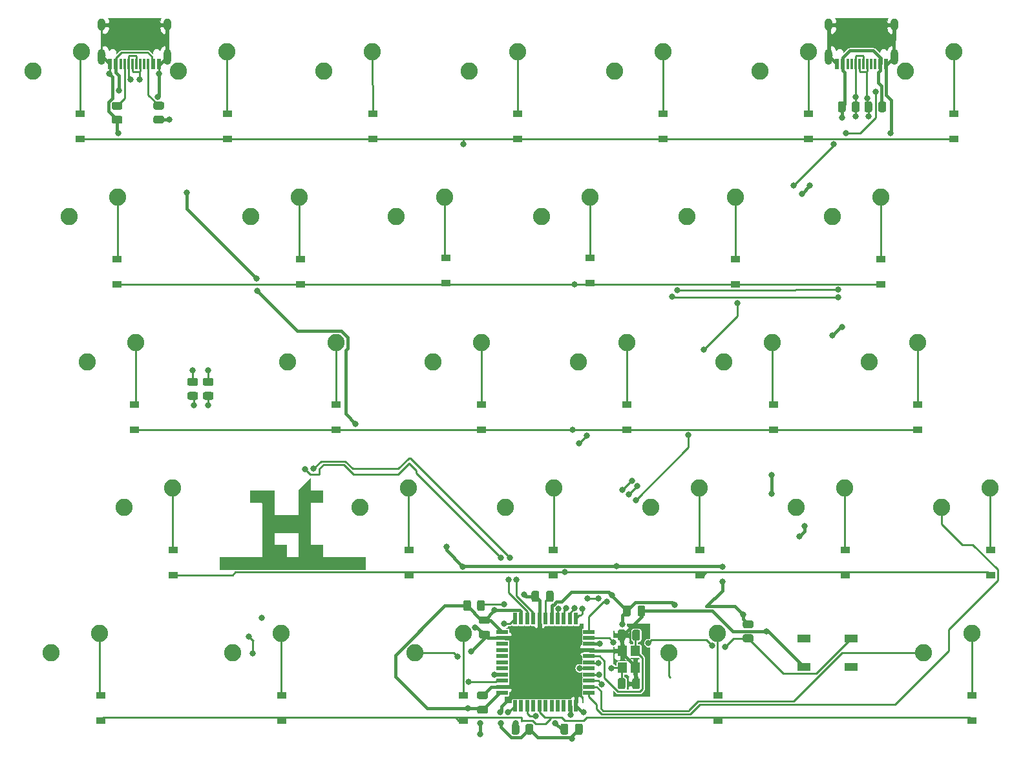
<source format=gbr>
%TF.GenerationSoftware,KiCad,Pcbnew,(5.1.10-1-10_14)*%
%TF.CreationDate,2022-06-17T20:08:22+09:00*%
%TF.ProjectId,pcb-left,7063622d-6c65-4667-942e-6b696361645f,rev?*%
%TF.SameCoordinates,Original*%
%TF.FileFunction,Copper,L2,Bot*%
%TF.FilePolarity,Positive*%
%FSLAX46Y46*%
G04 Gerber Fmt 4.6, Leading zero omitted, Abs format (unit mm)*
G04 Created by KiCad (PCBNEW (5.1.10-1-10_14)) date 2022-06-17 20:08:22*
%MOMM*%
%LPD*%
G01*
G04 APERTURE LIST*
%TA.AperFunction,ComponentPad*%
%ADD10C,2.250000*%
%TD*%
%TA.AperFunction,SMDPad,CuDef*%
%ADD11R,1.200000X1.400000*%
%TD*%
%TA.AperFunction,SMDPad,CuDef*%
%ADD12R,0.600000X1.450000*%
%TD*%
%TA.AperFunction,SMDPad,CuDef*%
%ADD13R,0.300000X1.450000*%
%TD*%
%TA.AperFunction,ComponentPad*%
%ADD14O,1.000000X2.100000*%
%TD*%
%TA.AperFunction,ComponentPad*%
%ADD15O,1.000000X1.600000*%
%TD*%
%TA.AperFunction,SMDPad,CuDef*%
%ADD16R,1.500000X0.550000*%
%TD*%
%TA.AperFunction,SMDPad,CuDef*%
%ADD17R,0.550000X1.500000*%
%TD*%
%TA.AperFunction,SMDPad,CuDef*%
%ADD18R,1.800000X1.100000*%
%TD*%
%TA.AperFunction,SMDPad,CuDef*%
%ADD19R,1.200000X0.900000*%
%TD*%
%TA.AperFunction,ViaPad*%
%ADD20C,0.800000*%
%TD*%
%TA.AperFunction,Conductor*%
%ADD21C,0.254000*%
%TD*%
%TA.AperFunction,Conductor*%
%ADD22C,0.381000*%
%TD*%
%TA.AperFunction,Conductor*%
%ADD23C,0.250000*%
%TD*%
%TA.AperFunction,Conductor*%
%ADD24C,0.100000*%
%TD*%
%TA.AperFunction,Conductor*%
%ADD25C,0.200000*%
%TD*%
%TA.AperFunction,Conductor*%
%ADD26C,0.025400*%
%TD*%
%TA.AperFunction,NonConductor*%
%ADD27C,0.025400*%
%TD*%
%TA.AperFunction,NonConductor*%
%ADD28C,0.100000*%
%TD*%
G04 APERTURE END LIST*
D10*
%TO.P,MX19,2*%
%TO.N,Net-(D19-Pad2)*%
X125571250Y-97313750D03*
%TO.P,MX19,1*%
%TO.N,col3*%
X119221250Y-99853750D03*
%TD*%
%TO.P,R9,2*%
%TO.N,Net-(R9-Pad2)*%
%TA.AperFunction,SMDPad,CuDef*%
G36*
G01*
X96443750Y-113162501D02*
X96443750Y-112262499D01*
G75*
G02*
X96693749Y-112012500I249999J0D01*
G01*
X97218751Y-112012500D01*
G75*
G02*
X97468750Y-112262499I0J-249999D01*
G01*
X97468750Y-113162501D01*
G75*
G02*
X97218751Y-113412500I-249999J0D01*
G01*
X96693749Y-113412500D01*
G75*
G02*
X96443750Y-113162501I0J249999D01*
G01*
G37*
%TD.AperFunction*%
%TO.P,R9,1*%
%TO.N,+5V*%
%TA.AperFunction,SMDPad,CuDef*%
G36*
G01*
X94618750Y-113162501D02*
X94618750Y-112262499D01*
G75*
G02*
X94868749Y-112012500I249999J0D01*
G01*
X95393751Y-112012500D01*
G75*
G02*
X95643750Y-112262499I0J-249999D01*
G01*
X95643750Y-113162501D01*
G75*
G02*
X95393751Y-113412500I-249999J0D01*
G01*
X94868749Y-113412500D01*
G75*
G02*
X94618750Y-113162501I0J249999D01*
G01*
G37*
%TD.AperFunction*%
%TD*%
%TO.P,MX28,2*%
%TO.N,Net-(D28-Pad2)*%
X154146250Y-78263750D03*
%TO.P,MX28,1*%
%TO.N,col5*%
X147796250Y-80803750D03*
%TD*%
%TO.P,MX27,2*%
%TO.N,Net-(D27-Pad2)*%
X149383750Y-59213750D03*
%TO.P,MX27,1*%
%TO.N,col5*%
X143033750Y-61753750D03*
%TD*%
%TO.P,MX30,2*%
%TO.N,Net-(D30-Pad2)*%
X158908750Y-40163750D03*
%TO.P,MX30,1*%
%TO.N,col6*%
X152558750Y-42703750D03*
%TD*%
%TO.P,MX20,2*%
%TO.N,Net-(D20-Pad2)*%
X127952500Y-116363750D03*
%TO.P,MX20,1*%
%TO.N,col3*%
X121602500Y-118903750D03*
%TD*%
%TO.P,MX15,2*%
%TO.N,Net-(D15-Pad2)*%
X94615000Y-116363750D03*
%TO.P,MX15,1*%
%TO.N,col2*%
X88265000Y-118903750D03*
%TD*%
%TO.P,MX21,2*%
%TO.N,Net-(D21-Pad2)*%
X120808750Y-40163750D03*
%TO.P,MX21,1*%
%TO.N,col4*%
X114458750Y-42703750D03*
%TD*%
D11*
%TO.P,Y1,4*%
%TO.N,GND*%
X117182000Y-120861000D03*
%TO.P,Y1,3*%
%TO.N,Net-(C6-Pad1)*%
X117182000Y-118661000D03*
%TO.P,Y1,2*%
%TO.N,GND*%
X115482000Y-118661000D03*
%TO.P,Y1,1*%
%TO.N,Net-(C5-Pad1)*%
X115482000Y-120861000D03*
%TD*%
D12*
%TO.P,USB2,12*%
%TO.N,GND*%
X150037000Y-41731000D03*
%TO.P,USB2,1*%
X143587000Y-41731000D03*
%TO.P,USB2,11*%
%TO.N,+5V*%
X149262000Y-41731000D03*
%TO.P,USB2,2*%
X144362000Y-41731000D03*
D13*
%TO.P,USB2,3*%
%TO.N,Net-(USB2-Pad3)*%
X145062000Y-41731000D03*
%TO.P,USB2,10*%
%TO.N,Net-(USB2-Pad10)*%
X148562000Y-41731000D03*
%TO.P,USB2,4*%
%TO.N,Net-(USB2-Pad4)*%
X145562000Y-41731000D03*
%TO.P,USB2,9*%
%TO.N,Net-(USB2-Pad9)*%
X148062000Y-41731000D03*
%TO.P,USB2,5*%
%TO.N,SD-*%
X146062000Y-41731000D03*
%TO.P,USB2,8*%
%TO.N,SD+*%
X147562000Y-41731000D03*
%TO.P,USB2,7*%
%TO.N,SD-*%
X147062000Y-41731000D03*
%TO.P,USB2,6*%
%TO.N,SD+*%
X146562000Y-41731000D03*
D14*
%TO.P,USB2,13*%
%TO.N,GND*%
X142492000Y-40816000D03*
X151132000Y-40816000D03*
D15*
X142492000Y-36636000D03*
X151132000Y-36636000D03*
%TD*%
D12*
%TO.P,USB1,12*%
%TO.N,GND*%
X54787000Y-41731000D03*
%TO.P,USB1,1*%
X48337000Y-41731000D03*
%TO.P,USB1,11*%
%TO.N,+5V*%
X54012000Y-41731000D03*
%TO.P,USB1,2*%
X49112000Y-41731000D03*
D13*
%TO.P,USB1,3*%
%TO.N,Net-(USB1-Pad3)*%
X49812000Y-41731000D03*
%TO.P,USB1,10*%
%TO.N,Net-(R2-Pad2)*%
X53312000Y-41731000D03*
%TO.P,USB1,4*%
%TO.N,Net-(R1-Pad2)*%
X50312000Y-41731000D03*
%TO.P,USB1,9*%
%TO.N,Net-(USB1-Pad9)*%
X52812000Y-41731000D03*
%TO.P,USB1,5*%
%TO.N,D-*%
X50812000Y-41731000D03*
%TO.P,USB1,8*%
%TO.N,D+*%
X52312000Y-41731000D03*
%TO.P,USB1,7*%
%TO.N,D-*%
X51812000Y-41731000D03*
%TO.P,USB1,6*%
%TO.N,D+*%
X51312000Y-41731000D03*
D14*
%TO.P,USB1,13*%
%TO.N,GND*%
X47242000Y-40816000D03*
X55882000Y-40816000D03*
D15*
X47242000Y-36636000D03*
X55882000Y-36636000D03*
%TD*%
D16*
%TO.P,U1,44*%
%TO.N,+5V*%
X99710000Y-116142000D03*
%TO.P,U1,43*%
%TO.N,GND*%
X99710000Y-116942000D03*
%TO.P,U1,42*%
%TO.N,Net-(U1-Pad42)*%
X99710000Y-117742000D03*
%TO.P,U1,41*%
%TO.N,Net-(U1-Pad41)*%
X99710000Y-118542000D03*
%TO.P,U1,40*%
%TO.N,Net-(U1-Pad40)*%
X99710000Y-119342000D03*
%TO.P,U1,39*%
%TO.N,Net-(U1-Pad39)*%
X99710000Y-120142000D03*
%TO.P,U1,38*%
%TO.N,Net-(U1-Pad38)*%
X99710000Y-120942000D03*
%TO.P,U1,37*%
%TO.N,col1*%
X99710000Y-121742000D03*
%TO.P,U1,36*%
%TO.N,col2*%
X99710000Y-122542000D03*
%TO.P,U1,35*%
%TO.N,GND*%
X99710000Y-123342000D03*
%TO.P,U1,34*%
%TO.N,+5V*%
X99710000Y-124142000D03*
D17*
%TO.P,U1,33*%
%TO.N,Net-(R8-Pad2)*%
X101410000Y-125842000D03*
%TO.P,U1,32*%
%TO.N,Net-(U1-Pad32)*%
X102210000Y-125842000D03*
%TO.P,U1,31*%
%TO.N,col0*%
X103010000Y-125842000D03*
%TO.P,U1,30*%
%TO.N,Net-(U1-Pad30)*%
X103810000Y-125842000D03*
%TO.P,U1,29*%
%TO.N,row4*%
X104610000Y-125842000D03*
%TO.P,U1,28*%
%TO.N,Net-(U1-Pad28)*%
X105410000Y-125842000D03*
%TO.P,U1,27*%
%TO.N,Net-(U1-Pad27)*%
X106210000Y-125842000D03*
%TO.P,U1,26*%
%TO.N,Net-(U1-Pad26)*%
X107010000Y-125842000D03*
%TO.P,U1,25*%
%TO.N,Net-(U1-Pad25)*%
X107810000Y-125842000D03*
%TO.P,U1,24*%
%TO.N,+5V*%
X108610000Y-125842000D03*
%TO.P,U1,23*%
%TO.N,GND*%
X109410000Y-125842000D03*
D16*
%TO.P,U1,22*%
%TO.N,col5*%
X111110000Y-124142000D03*
%TO.P,U1,21*%
%TO.N,col4*%
X111110000Y-123342000D03*
%TO.P,U1,20*%
%TO.N,col3*%
X111110000Y-122542000D03*
%TO.P,U1,19*%
%TO.N,SD-*%
X111110000Y-121742000D03*
%TO.P,U1,18*%
%TO.N,SD+*%
X111110000Y-120942000D03*
%TO.P,U1,17*%
%TO.N,Net-(C5-Pad1)*%
X111110000Y-120142000D03*
%TO.P,U1,16*%
%TO.N,Net-(C6-Pad1)*%
X111110000Y-119342000D03*
%TO.P,U1,15*%
%TO.N,GND*%
X111110000Y-118542000D03*
%TO.P,U1,14*%
%TO.N,+5V*%
X111110000Y-117742000D03*
%TO.P,U1,13*%
%TO.N,Net-(R7-Pad2)*%
X111110000Y-116942000D03*
%TO.P,U1,12*%
%TO.N,col6*%
X111110000Y-116142000D03*
D17*
%TO.P,U1,11*%
%TO.N,row1*%
X109410000Y-114442000D03*
%TO.P,U1,10*%
%TO.N,row2*%
X108610000Y-114442000D03*
%TO.P,U1,9*%
%TO.N,row3*%
X107810000Y-114442000D03*
%TO.P,U1,8*%
%TO.N,row0*%
X107010000Y-114442000D03*
%TO.P,U1,7*%
%TO.N,+5V*%
X106210000Y-114442000D03*
%TO.P,U1,6*%
%TO.N,Net-(C7-Pad1)*%
X105410000Y-114442000D03*
%TO.P,U1,5*%
%TO.N,GND*%
X104610000Y-114442000D03*
%TO.P,U1,4*%
%TO.N,Net-(R6-Pad1)*%
X103810000Y-114442000D03*
%TO.P,U1,3*%
%TO.N,Net-(R5-Pad1)*%
X103010000Y-114442000D03*
%TO.P,U1,2*%
%TO.N,+5V*%
X102210000Y-114442000D03*
%TO.P,U1,1*%
%TO.N,Net-(R9-Pad2)*%
X101410000Y-114442000D03*
%TD*%
D18*
%TO.P,SW1,4*%
%TO.N,N/C*%
X145467000Y-120722000D03*
%TO.P,SW1,3*%
X139267000Y-117022000D03*
%TO.P,SW1,2*%
%TO.N,Net-(R7-Pad2)*%
X145467000Y-117022000D03*
%TO.P,SW1,1*%
%TO.N,GND*%
X139267000Y-120722000D03*
%TD*%
%TO.P,R8,2*%
%TO.N,Net-(R8-Pad2)*%
%TA.AperFunction,SMDPad,CuDef*%
G36*
G01*
X101985500Y-128454999D02*
X101985500Y-129355001D01*
G75*
G02*
X101735501Y-129605000I-249999J0D01*
G01*
X101210499Y-129605000D01*
G75*
G02*
X100960500Y-129355001I0J249999D01*
G01*
X100960500Y-128454999D01*
G75*
G02*
X101210499Y-128205000I249999J0D01*
G01*
X101735501Y-128205000D01*
G75*
G02*
X101985500Y-128454999I0J-249999D01*
G01*
G37*
%TD.AperFunction*%
%TO.P,R8,1*%
%TO.N,GND*%
%TA.AperFunction,SMDPad,CuDef*%
G36*
G01*
X103810500Y-128454999D02*
X103810500Y-129355001D01*
G75*
G02*
X103560501Y-129605000I-249999J0D01*
G01*
X103035499Y-129605000D01*
G75*
G02*
X102785500Y-129355001I0J249999D01*
G01*
X102785500Y-128454999D01*
G75*
G02*
X103035499Y-128205000I249999J0D01*
G01*
X103560501Y-128205000D01*
G75*
G02*
X103810500Y-128454999I0J-249999D01*
G01*
G37*
%TD.AperFunction*%
%TD*%
%TO.P,R7,2*%
%TO.N,Net-(R7-Pad2)*%
%TA.AperFunction,SMDPad,CuDef*%
G36*
G01*
X131502999Y-116478000D02*
X132403001Y-116478000D01*
G75*
G02*
X132653000Y-116727999I0J-249999D01*
G01*
X132653000Y-117253001D01*
G75*
G02*
X132403001Y-117503000I-249999J0D01*
G01*
X131502999Y-117503000D01*
G75*
G02*
X131253000Y-117253001I0J249999D01*
G01*
X131253000Y-116727999D01*
G75*
G02*
X131502999Y-116478000I249999J0D01*
G01*
G37*
%TD.AperFunction*%
%TO.P,R7,1*%
%TO.N,+5V*%
%TA.AperFunction,SMDPad,CuDef*%
G36*
G01*
X131502999Y-114653000D02*
X132403001Y-114653000D01*
G75*
G02*
X132653000Y-114902999I0J-249999D01*
G01*
X132653000Y-115428001D01*
G75*
G02*
X132403001Y-115678000I-249999J0D01*
G01*
X131502999Y-115678000D01*
G75*
G02*
X131253000Y-115428001I0J249999D01*
G01*
X131253000Y-114902999D01*
G75*
G02*
X131502999Y-114653000I249999J0D01*
G01*
G37*
%TD.AperFunction*%
%TD*%
%TO.P,R6,2*%
%TO.N,D+*%
%TA.AperFunction,SMDPad,CuDef*%
G36*
G01*
X61664001Y-83928000D02*
X60763999Y-83928000D01*
G75*
G02*
X60514000Y-83678001I0J249999D01*
G01*
X60514000Y-83152999D01*
G75*
G02*
X60763999Y-82903000I249999J0D01*
G01*
X61664001Y-82903000D01*
G75*
G02*
X61914000Y-83152999I0J-249999D01*
G01*
X61914000Y-83678001D01*
G75*
G02*
X61664001Y-83928000I-249999J0D01*
G01*
G37*
%TD.AperFunction*%
%TO.P,R6,1*%
%TO.N,Net-(R6-Pad1)*%
%TA.AperFunction,SMDPad,CuDef*%
G36*
G01*
X61664001Y-85753000D02*
X60763999Y-85753000D01*
G75*
G02*
X60514000Y-85503001I0J249999D01*
G01*
X60514000Y-84977999D01*
G75*
G02*
X60763999Y-84728000I249999J0D01*
G01*
X61664001Y-84728000D01*
G75*
G02*
X61914000Y-84977999I0J-249999D01*
G01*
X61914000Y-85503001D01*
G75*
G02*
X61664001Y-85753000I-249999J0D01*
G01*
G37*
%TD.AperFunction*%
%TD*%
%TO.P,R5,2*%
%TO.N,D-*%
%TA.AperFunction,SMDPad,CuDef*%
G36*
G01*
X59632001Y-83928000D02*
X58731999Y-83928000D01*
G75*
G02*
X58482000Y-83678001I0J249999D01*
G01*
X58482000Y-83152999D01*
G75*
G02*
X58731999Y-82903000I249999J0D01*
G01*
X59632001Y-82903000D01*
G75*
G02*
X59882000Y-83152999I0J-249999D01*
G01*
X59882000Y-83678001D01*
G75*
G02*
X59632001Y-83928000I-249999J0D01*
G01*
G37*
%TD.AperFunction*%
%TO.P,R5,1*%
%TO.N,Net-(R5-Pad1)*%
%TA.AperFunction,SMDPad,CuDef*%
G36*
G01*
X59632001Y-85753000D02*
X58731999Y-85753000D01*
G75*
G02*
X58482000Y-85503001I0J249999D01*
G01*
X58482000Y-84977999D01*
G75*
G02*
X58731999Y-84728000I249999J0D01*
G01*
X59632001Y-84728000D01*
G75*
G02*
X59882000Y-84977999I0J-249999D01*
G01*
X59882000Y-85503001D01*
G75*
G02*
X59632001Y-85753000I-249999J0D01*
G01*
G37*
%TD.AperFunction*%
%TD*%
%TO.P,R4,2*%
%TO.N,+5V*%
%TA.AperFunction,SMDPad,CuDef*%
G36*
G01*
X149013500Y-47821001D02*
X149013500Y-46920999D01*
G75*
G02*
X149263499Y-46671000I249999J0D01*
G01*
X149788501Y-46671000D01*
G75*
G02*
X150038500Y-46920999I0J-249999D01*
G01*
X150038500Y-47821001D01*
G75*
G02*
X149788501Y-48071000I-249999J0D01*
G01*
X149263499Y-48071000D01*
G75*
G02*
X149013500Y-47821001I0J249999D01*
G01*
G37*
%TD.AperFunction*%
%TO.P,R4,1*%
%TO.N,SD+*%
%TA.AperFunction,SMDPad,CuDef*%
G36*
G01*
X147188500Y-47821001D02*
X147188500Y-46920999D01*
G75*
G02*
X147438499Y-46671000I249999J0D01*
G01*
X147963501Y-46671000D01*
G75*
G02*
X148213500Y-46920999I0J-249999D01*
G01*
X148213500Y-47821001D01*
G75*
G02*
X147963501Y-48071000I-249999J0D01*
G01*
X147438499Y-48071000D01*
G75*
G02*
X147188500Y-47821001I0J249999D01*
G01*
G37*
%TD.AperFunction*%
%TD*%
%TO.P,R3,2*%
%TO.N,+5V*%
%TA.AperFunction,SMDPad,CuDef*%
G36*
G01*
X144737500Y-46920999D02*
X144737500Y-47821001D01*
G75*
G02*
X144487501Y-48071000I-249999J0D01*
G01*
X143962499Y-48071000D01*
G75*
G02*
X143712500Y-47821001I0J249999D01*
G01*
X143712500Y-46920999D01*
G75*
G02*
X143962499Y-46671000I249999J0D01*
G01*
X144487501Y-46671000D01*
G75*
G02*
X144737500Y-46920999I0J-249999D01*
G01*
G37*
%TD.AperFunction*%
%TO.P,R3,1*%
%TO.N,SD-*%
%TA.AperFunction,SMDPad,CuDef*%
G36*
G01*
X146562500Y-46920999D02*
X146562500Y-47821001D01*
G75*
G02*
X146312501Y-48071000I-249999J0D01*
G01*
X145787499Y-48071000D01*
G75*
G02*
X145537500Y-47821001I0J249999D01*
G01*
X145537500Y-46920999D01*
G75*
G02*
X145787499Y-46671000I249999J0D01*
G01*
X146312501Y-46671000D01*
G75*
G02*
X146562500Y-46920999I0J-249999D01*
G01*
G37*
%TD.AperFunction*%
%TD*%
%TO.P,R2,2*%
%TO.N,Net-(R2-Pad2)*%
%TA.AperFunction,SMDPad,CuDef*%
G36*
G01*
X55187001Y-47733000D02*
X54286999Y-47733000D01*
G75*
G02*
X54037000Y-47483001I0J249999D01*
G01*
X54037000Y-46957999D01*
G75*
G02*
X54286999Y-46708000I249999J0D01*
G01*
X55187001Y-46708000D01*
G75*
G02*
X55437000Y-46957999I0J-249999D01*
G01*
X55437000Y-47483001D01*
G75*
G02*
X55187001Y-47733000I-249999J0D01*
G01*
G37*
%TD.AperFunction*%
%TO.P,R2,1*%
%TO.N,GND*%
%TA.AperFunction,SMDPad,CuDef*%
G36*
G01*
X55187001Y-49558000D02*
X54286999Y-49558000D01*
G75*
G02*
X54037000Y-49308001I0J249999D01*
G01*
X54037000Y-48782999D01*
G75*
G02*
X54286999Y-48533000I249999J0D01*
G01*
X55187001Y-48533000D01*
G75*
G02*
X55437000Y-48782999I0J-249999D01*
G01*
X55437000Y-49308001D01*
G75*
G02*
X55187001Y-49558000I-249999J0D01*
G01*
G37*
%TD.AperFunction*%
%TD*%
%TO.P,R1,2*%
%TO.N,Net-(R1-Pad2)*%
%TA.AperFunction,SMDPad,CuDef*%
G36*
G01*
X49726001Y-47756500D02*
X48825999Y-47756500D01*
G75*
G02*
X48576000Y-47506501I0J249999D01*
G01*
X48576000Y-46981499D01*
G75*
G02*
X48825999Y-46731500I249999J0D01*
G01*
X49726001Y-46731500D01*
G75*
G02*
X49976000Y-46981499I0J-249999D01*
G01*
X49976000Y-47506501D01*
G75*
G02*
X49726001Y-47756500I-249999J0D01*
G01*
G37*
%TD.AperFunction*%
%TO.P,R1,1*%
%TO.N,GND*%
%TA.AperFunction,SMDPad,CuDef*%
G36*
G01*
X49726001Y-49581500D02*
X48825999Y-49581500D01*
G75*
G02*
X48576000Y-49331501I0J249999D01*
G01*
X48576000Y-48806499D01*
G75*
G02*
X48825999Y-48556500I249999J0D01*
G01*
X49726001Y-48556500D01*
G75*
G02*
X49976000Y-48806499I0J-249999D01*
G01*
X49976000Y-49331501D01*
G75*
G02*
X49726001Y-49581500I-249999J0D01*
G01*
G37*
%TD.AperFunction*%
%TD*%
D10*
%TO.P,MX29,2*%
%TO.N,Net-(D29-Pad2)*%
X163671250Y-97313750D03*
%TO.P,MX29,1*%
%TO.N,col5*%
X157321250Y-99853750D03*
%TD*%
%TO.P,MX26,2*%
%TO.N,Net-(D26-Pad2)*%
X139858750Y-40163750D03*
%TO.P,MX26,1*%
%TO.N,col5*%
X133508750Y-42703750D03*
%TD*%
%TO.P,MX25,2*%
%TO.N,Net-(D25-Pad2)*%
X161290000Y-116363750D03*
%TO.P,MX25,1*%
%TO.N,col4*%
X154940000Y-118903750D03*
%TD*%
%TO.P,MX24,2*%
%TO.N,Net-(D24-Pad2)*%
X144621250Y-97313750D03*
%TO.P,MX24,1*%
%TO.N,col4*%
X138271250Y-99853750D03*
%TD*%
%TO.P,MX23,2*%
%TO.N,Net-(D23-Pad2)*%
X135096250Y-78263750D03*
%TO.P,MX23,1*%
%TO.N,col4*%
X128746250Y-80803750D03*
%TD*%
%TO.P,MX22,2*%
%TO.N,Net-(D22-Pad2)*%
X130333750Y-59213750D03*
%TO.P,MX22,1*%
%TO.N,col4*%
X123983750Y-61753750D03*
%TD*%
%TO.P,MX18,2*%
%TO.N,Net-(D18-Pad2)*%
X116046250Y-78263750D03*
%TO.P,MX18,1*%
%TO.N,col3*%
X109696250Y-80803750D03*
%TD*%
%TO.P,MX17,2*%
%TO.N,Net-(D17-Pad2)*%
X111283750Y-59213750D03*
%TO.P,MX17,1*%
%TO.N,col3*%
X104933750Y-61753750D03*
%TD*%
%TO.P,MX16,2*%
%TO.N,Net-(D16-Pad2)*%
X101758750Y-40163750D03*
%TO.P,MX16,1*%
%TO.N,col3*%
X95408750Y-42703750D03*
%TD*%
%TO.P,MX14,2*%
%TO.N,Net-(D14-Pad2)*%
X106521250Y-97313750D03*
%TO.P,MX14,1*%
%TO.N,col2*%
X100171250Y-99853750D03*
%TD*%
%TO.P,MX13,2*%
%TO.N,Net-(D13-Pad2)*%
X96996250Y-78263750D03*
%TO.P,MX13,1*%
%TO.N,col2*%
X90646250Y-80803750D03*
%TD*%
%TO.P,MX12,2*%
%TO.N,Net-(D12-Pad2)*%
X92233750Y-59213750D03*
%TO.P,MX12,1*%
%TO.N,col2*%
X85883750Y-61753750D03*
%TD*%
%TO.P,MX11,2*%
%TO.N,Net-(D11-Pad2)*%
X82708750Y-40163750D03*
%TO.P,MX11,1*%
%TO.N,col2*%
X76358750Y-42703750D03*
%TD*%
%TO.P,MX10,2*%
%TO.N,Net-(D10-Pad2)*%
X70802500Y-116363750D03*
%TO.P,MX10,1*%
%TO.N,col1*%
X64452500Y-118903750D03*
%TD*%
%TO.P,MX9,2*%
%TO.N,Net-(D9-Pad2)*%
X87471250Y-97313750D03*
%TO.P,MX9,1*%
%TO.N,col1*%
X81121250Y-99853750D03*
%TD*%
%TO.P,MX8,2*%
%TO.N,Net-(D8-Pad2)*%
X77946250Y-78263750D03*
%TO.P,MX8,1*%
%TO.N,col1*%
X71596250Y-80803750D03*
%TD*%
%TO.P,MX7,2*%
%TO.N,Net-(D7-Pad2)*%
X73183750Y-59213750D03*
%TO.P,MX7,1*%
%TO.N,col1*%
X66833750Y-61753750D03*
%TD*%
%TO.P,MX6,2*%
%TO.N,Net-(D6-Pad2)*%
X63658750Y-40163750D03*
%TO.P,MX6,1*%
%TO.N,col1*%
X57308750Y-42703750D03*
%TD*%
%TO.P,MX5,2*%
%TO.N,Net-(D5-Pad2)*%
X46990000Y-116363750D03*
%TO.P,MX5,1*%
%TO.N,col0*%
X40640000Y-118903750D03*
%TD*%
%TO.P,MX4,2*%
%TO.N,Net-(D4-Pad2)*%
X56515000Y-97313750D03*
%TO.P,MX4,1*%
%TO.N,col0*%
X50165000Y-99853750D03*
%TD*%
%TO.P,MX3,2*%
%TO.N,Net-(D3-Pad2)*%
X51752500Y-78263750D03*
%TO.P,MX3,1*%
%TO.N,col0*%
X45402500Y-80803750D03*
%TD*%
%TO.P,MX2,2*%
%TO.N,Net-(D2-Pad2)*%
X49371250Y-59213750D03*
%TO.P,MX2,1*%
%TO.N,col0*%
X43021250Y-61753750D03*
%TD*%
%TO.P,MX1,2*%
%TO.N,Net-(D1-Pad2)*%
X44608750Y-40163750D03*
%TO.P,MX1,1*%
%TO.N,col0*%
X38258750Y-42703750D03*
%TD*%
D19*
%TO.P,D30,2*%
%TO.N,Net-(D30-Pad2)*%
X158877000Y-48261000D03*
%TO.P,D30,1*%
%TO.N,row0*%
X158877000Y-51561000D03*
%TD*%
%TO.P,D29,2*%
%TO.N,Net-(D29-Pad2)*%
X163703000Y-105411000D03*
%TO.P,D29,1*%
%TO.N,row3*%
X163703000Y-108711000D03*
%TD*%
%TO.P,D28,2*%
%TO.N,Net-(D28-Pad2)*%
X154178000Y-86361000D03*
%TO.P,D28,1*%
%TO.N,row2*%
X154178000Y-89661000D03*
%TD*%
%TO.P,D27,2*%
%TO.N,Net-(D27-Pad2)*%
X149352000Y-67311000D03*
%TO.P,D27,1*%
%TO.N,row1*%
X149352000Y-70611000D03*
%TD*%
%TO.P,D26,2*%
%TO.N,Net-(D26-Pad2)*%
X139827000Y-48261000D03*
%TO.P,D26,1*%
%TO.N,row0*%
X139827000Y-51561000D03*
%TD*%
%TO.P,D25,2*%
%TO.N,Net-(D25-Pad2)*%
X161290000Y-124461000D03*
%TO.P,D25,1*%
%TO.N,row4*%
X161290000Y-127761000D03*
%TD*%
%TO.P,D24,2*%
%TO.N,Net-(D24-Pad2)*%
X144653000Y-105411000D03*
%TO.P,D24,1*%
%TO.N,row3*%
X144653000Y-108711000D03*
%TD*%
%TO.P,D23,2*%
%TO.N,Net-(D23-Pad2)*%
X135255000Y-86361000D03*
%TO.P,D23,1*%
%TO.N,row2*%
X135255000Y-89661000D03*
%TD*%
%TO.P,D22,2*%
%TO.N,Net-(D22-Pad2)*%
X130302000Y-67311000D03*
%TO.P,D22,1*%
%TO.N,row1*%
X130302000Y-70611000D03*
%TD*%
%TO.P,D21,2*%
%TO.N,Net-(D21-Pad2)*%
X120777000Y-48261000D03*
%TO.P,D21,1*%
%TO.N,row0*%
X120777000Y-51561000D03*
%TD*%
%TO.P,D20,2*%
%TO.N,Net-(D20-Pad2)*%
X128016000Y-124461000D03*
%TO.P,D20,1*%
%TO.N,row4*%
X128016000Y-127761000D03*
%TD*%
%TO.P,D19,2*%
%TO.N,Net-(D19-Pad2)*%
X125603000Y-105411000D03*
%TO.P,D19,1*%
%TO.N,row3*%
X125603000Y-108711000D03*
%TD*%
%TO.P,D18,2*%
%TO.N,Net-(D18-Pad2)*%
X116078000Y-86361000D03*
%TO.P,D18,1*%
%TO.N,row2*%
X116078000Y-89661000D03*
%TD*%
%TO.P,D17,2*%
%TO.N,Net-(D17-Pad2)*%
X111252000Y-67184000D03*
%TO.P,D17,1*%
%TO.N,row1*%
X111252000Y-70484000D03*
%TD*%
%TO.P,D16,2*%
%TO.N,Net-(D16-Pad2)*%
X101727000Y-48261000D03*
%TO.P,D16,1*%
%TO.N,row0*%
X101727000Y-51561000D03*
%TD*%
%TO.P,D15,2*%
%TO.N,Net-(D15-Pad2)*%
X94615000Y-124461000D03*
%TO.P,D15,1*%
%TO.N,row4*%
X94615000Y-127761000D03*
%TD*%
%TO.P,D14,2*%
%TO.N,Net-(D14-Pad2)*%
X106426000Y-105411000D03*
%TO.P,D14,1*%
%TO.N,row3*%
X106426000Y-108711000D03*
%TD*%
%TO.P,D13,2*%
%TO.N,Net-(D13-Pad2)*%
X97028000Y-86361000D03*
%TO.P,D13,1*%
%TO.N,row2*%
X97028000Y-89661000D03*
%TD*%
%TO.P,D12,2*%
%TO.N,Net-(D12-Pad2)*%
X92329000Y-67184000D03*
%TO.P,D12,1*%
%TO.N,row1*%
X92329000Y-70484000D03*
%TD*%
%TO.P,D11,2*%
%TO.N,Net-(D11-Pad2)*%
X82804000Y-48261000D03*
%TO.P,D11,1*%
%TO.N,row0*%
X82804000Y-51561000D03*
%TD*%
%TO.P,D10,2*%
%TO.N,Net-(D10-Pad2)*%
X70866000Y-124461000D03*
%TO.P,D10,1*%
%TO.N,row4*%
X70866000Y-127761000D03*
%TD*%
%TO.P,D9,2*%
%TO.N,Net-(D9-Pad2)*%
X87503000Y-105411000D03*
%TO.P,D9,1*%
%TO.N,row3*%
X87503000Y-108711000D03*
%TD*%
%TO.P,D8,2*%
%TO.N,Net-(D8-Pad2)*%
X77978000Y-86361000D03*
%TO.P,D8,1*%
%TO.N,row2*%
X77978000Y-89661000D03*
%TD*%
%TO.P,D7,2*%
%TO.N,Net-(D7-Pad2)*%
X73279000Y-67311000D03*
%TO.P,D7,1*%
%TO.N,row1*%
X73279000Y-70611000D03*
%TD*%
%TO.P,D6,2*%
%TO.N,Net-(D6-Pad2)*%
X63754000Y-48261000D03*
%TO.P,D6,1*%
%TO.N,row0*%
X63754000Y-51561000D03*
%TD*%
%TO.P,D5,2*%
%TO.N,Net-(D5-Pad2)*%
X47117000Y-124461000D03*
%TO.P,D5,1*%
%TO.N,row4*%
X47117000Y-127761000D03*
%TD*%
%TO.P,D4,2*%
%TO.N,Net-(D4-Pad2)*%
X56642000Y-105411000D03*
%TO.P,D4,1*%
%TO.N,row3*%
X56642000Y-108711000D03*
%TD*%
%TO.P,D3,2*%
%TO.N,Net-(D3-Pad2)*%
X51562000Y-86361000D03*
%TO.P,D3,1*%
%TO.N,row2*%
X51562000Y-89661000D03*
%TD*%
%TO.P,D2,2*%
%TO.N,Net-(D2-Pad2)*%
X49276000Y-67311000D03*
%TO.P,D2,1*%
%TO.N,row1*%
X49276000Y-70611000D03*
%TD*%
%TO.P,D1,2*%
%TO.N,Net-(D1-Pad2)*%
X44450000Y-48261000D03*
%TO.P,D1,1*%
%TO.N,row0*%
X44450000Y-51561000D03*
%TD*%
%TO.P,C7,2*%
%TO.N,GND*%
%TA.AperFunction,SMDPad,CuDef*%
G36*
G01*
X104579000Y-111031000D02*
X104579000Y-111981000D01*
G75*
G02*
X104329000Y-112231000I-250000J0D01*
G01*
X103829000Y-112231000D01*
G75*
G02*
X103579000Y-111981000I0J250000D01*
G01*
X103579000Y-111031000D01*
G75*
G02*
X103829000Y-110781000I250000J0D01*
G01*
X104329000Y-110781000D01*
G75*
G02*
X104579000Y-111031000I0J-250000D01*
G01*
G37*
%TD.AperFunction*%
%TO.P,C7,1*%
%TO.N,Net-(C7-Pad1)*%
%TA.AperFunction,SMDPad,CuDef*%
G36*
G01*
X106479000Y-111031000D02*
X106479000Y-111981000D01*
G75*
G02*
X106229000Y-112231000I-250000J0D01*
G01*
X105729000Y-112231000D01*
G75*
G02*
X105479000Y-111981000I0J250000D01*
G01*
X105479000Y-111031000D01*
G75*
G02*
X105729000Y-110781000I250000J0D01*
G01*
X106229000Y-110781000D01*
G75*
G02*
X106479000Y-111031000I0J-250000D01*
G01*
G37*
%TD.AperFunction*%
%TD*%
%TO.P,C6,2*%
%TO.N,GND*%
%TA.AperFunction,SMDPad,CuDef*%
G36*
G01*
X115882000Y-116111000D02*
X115882000Y-117061000D01*
G75*
G02*
X115632000Y-117311000I-250000J0D01*
G01*
X115132000Y-117311000D01*
G75*
G02*
X114882000Y-117061000I0J250000D01*
G01*
X114882000Y-116111000D01*
G75*
G02*
X115132000Y-115861000I250000J0D01*
G01*
X115632000Y-115861000D01*
G75*
G02*
X115882000Y-116111000I0J-250000D01*
G01*
G37*
%TD.AperFunction*%
%TO.P,C6,1*%
%TO.N,Net-(C6-Pad1)*%
%TA.AperFunction,SMDPad,CuDef*%
G36*
G01*
X117782000Y-116111000D02*
X117782000Y-117061000D01*
G75*
G02*
X117532000Y-117311000I-250000J0D01*
G01*
X117032000Y-117311000D01*
G75*
G02*
X116782000Y-117061000I0J250000D01*
G01*
X116782000Y-116111000D01*
G75*
G02*
X117032000Y-115861000I250000J0D01*
G01*
X117532000Y-115861000D01*
G75*
G02*
X117782000Y-116111000I0J-250000D01*
G01*
G37*
%TD.AperFunction*%
%TD*%
%TO.P,C5,2*%
%TO.N,GND*%
%TA.AperFunction,SMDPad,CuDef*%
G36*
G01*
X116782000Y-123411000D02*
X116782000Y-122461000D01*
G75*
G02*
X117032000Y-122211000I250000J0D01*
G01*
X117532000Y-122211000D01*
G75*
G02*
X117782000Y-122461000I0J-250000D01*
G01*
X117782000Y-123411000D01*
G75*
G02*
X117532000Y-123661000I-250000J0D01*
G01*
X117032000Y-123661000D01*
G75*
G02*
X116782000Y-123411000I0J250000D01*
G01*
G37*
%TD.AperFunction*%
%TO.P,C5,1*%
%TO.N,Net-(C5-Pad1)*%
%TA.AperFunction,SMDPad,CuDef*%
G36*
G01*
X114882000Y-123411000D02*
X114882000Y-122461000D01*
G75*
G02*
X115132000Y-122211000I250000J0D01*
G01*
X115632000Y-122211000D01*
G75*
G02*
X115882000Y-122461000I0J-250000D01*
G01*
X115882000Y-123411000D01*
G75*
G02*
X115632000Y-123661000I-250000J0D01*
G01*
X115132000Y-123661000D01*
G75*
G02*
X114882000Y-123411000I0J250000D01*
G01*
G37*
%TD.AperFunction*%
%TD*%
%TO.P,C4,2*%
%TO.N,GND*%
%TA.AperFunction,SMDPad,CuDef*%
G36*
G01*
X117478000Y-113886000D02*
X117478000Y-112936000D01*
G75*
G02*
X117728000Y-112686000I250000J0D01*
G01*
X118228000Y-112686000D01*
G75*
G02*
X118478000Y-112936000I0J-250000D01*
G01*
X118478000Y-113886000D01*
G75*
G02*
X118228000Y-114136000I-250000J0D01*
G01*
X117728000Y-114136000D01*
G75*
G02*
X117478000Y-113886000I0J250000D01*
G01*
G37*
%TD.AperFunction*%
%TO.P,C4,1*%
%TO.N,+5V*%
%TA.AperFunction,SMDPad,CuDef*%
G36*
G01*
X115578000Y-113886000D02*
X115578000Y-112936000D01*
G75*
G02*
X115828000Y-112686000I250000J0D01*
G01*
X116328000Y-112686000D01*
G75*
G02*
X116578000Y-112936000I0J-250000D01*
G01*
X116578000Y-113886000D01*
G75*
G02*
X116328000Y-114136000I-250000J0D01*
G01*
X115828000Y-114136000D01*
G75*
G02*
X115578000Y-113886000I0J250000D01*
G01*
G37*
%TD.AperFunction*%
%TD*%
%TO.P,C3,2*%
%TO.N,GND*%
%TA.AperFunction,SMDPad,CuDef*%
G36*
G01*
X97630000Y-124962500D02*
X96680000Y-124962500D01*
G75*
G02*
X96430000Y-124712500I0J250000D01*
G01*
X96430000Y-124212500D01*
G75*
G02*
X96680000Y-123962500I250000J0D01*
G01*
X97630000Y-123962500D01*
G75*
G02*
X97880000Y-124212500I0J-250000D01*
G01*
X97880000Y-124712500D01*
G75*
G02*
X97630000Y-124962500I-250000J0D01*
G01*
G37*
%TD.AperFunction*%
%TO.P,C3,1*%
%TO.N,+5V*%
%TA.AperFunction,SMDPad,CuDef*%
G36*
G01*
X97630000Y-126862500D02*
X96680000Y-126862500D01*
G75*
G02*
X96430000Y-126612500I0J250000D01*
G01*
X96430000Y-126112500D01*
G75*
G02*
X96680000Y-125862500I250000J0D01*
G01*
X97630000Y-125862500D01*
G75*
G02*
X97880000Y-126112500I0J-250000D01*
G01*
X97880000Y-126612500D01*
G75*
G02*
X97630000Y-126862500I-250000J0D01*
G01*
G37*
%TD.AperFunction*%
%TD*%
%TO.P,C2,2*%
%TO.N,GND*%
%TA.AperFunction,SMDPad,CuDef*%
G36*
G01*
X96934000Y-116020000D02*
X97884000Y-116020000D01*
G75*
G02*
X98134000Y-116270000I0J-250000D01*
G01*
X98134000Y-116770000D01*
G75*
G02*
X97884000Y-117020000I-250000J0D01*
G01*
X96934000Y-117020000D01*
G75*
G02*
X96684000Y-116770000I0J250000D01*
G01*
X96684000Y-116270000D01*
G75*
G02*
X96934000Y-116020000I250000J0D01*
G01*
G37*
%TD.AperFunction*%
%TO.P,C2,1*%
%TO.N,+5V*%
%TA.AperFunction,SMDPad,CuDef*%
G36*
G01*
X96934000Y-114120000D02*
X97884000Y-114120000D01*
G75*
G02*
X98134000Y-114370000I0J-250000D01*
G01*
X98134000Y-114870000D01*
G75*
G02*
X97884000Y-115120000I-250000J0D01*
G01*
X96934000Y-115120000D01*
G75*
G02*
X96684000Y-114870000I0J250000D01*
G01*
X96684000Y-114370000D01*
G75*
G02*
X96934000Y-114120000I250000J0D01*
G01*
G37*
%TD.AperFunction*%
%TD*%
%TO.P,C1,2*%
%TO.N,GND*%
%TA.AperFunction,SMDPad,CuDef*%
G36*
G01*
X109289000Y-129380000D02*
X109289000Y-128430000D01*
G75*
G02*
X109539000Y-128180000I250000J0D01*
G01*
X110039000Y-128180000D01*
G75*
G02*
X110289000Y-128430000I0J-250000D01*
G01*
X110289000Y-129380000D01*
G75*
G02*
X110039000Y-129630000I-250000J0D01*
G01*
X109539000Y-129630000D01*
G75*
G02*
X109289000Y-129380000I0J250000D01*
G01*
G37*
%TD.AperFunction*%
%TO.P,C1,1*%
%TO.N,+5V*%
%TA.AperFunction,SMDPad,CuDef*%
G36*
G01*
X107389000Y-129380000D02*
X107389000Y-128430000D01*
G75*
G02*
X107639000Y-128180000I250000J0D01*
G01*
X108139000Y-128180000D01*
G75*
G02*
X108389000Y-128430000I0J-250000D01*
G01*
X108389000Y-129380000D01*
G75*
G02*
X108139000Y-129630000I-250000J0D01*
G01*
X107639000Y-129630000D01*
G75*
G02*
X107389000Y-129380000I0J250000D01*
G01*
G37*
%TD.AperFunction*%
%TD*%
D20*
%TO.N,GND*%
X48260000Y-43053000D03*
X54737000Y-43053000D03*
X54627817Y-46083183D03*
X56134000Y-49022000D03*
X49403000Y-50800000D03*
X95631000Y-118761926D03*
X110363000Y-126654849D03*
X102616000Y-111252000D03*
X96144929Y-115566912D03*
X150622000Y-50836000D03*
X144244903Y-76227097D03*
X143002000Y-77343000D03*
X139371278Y-102309722D03*
X138663472Y-103652528D03*
X134375490Y-116087490D03*
X99568000Y-128104849D03*
X99456997Y-126654849D03*
X108876866Y-130175000D03*
%TO.N,+5V*%
X106680000Y-128104849D03*
X115493673Y-115208106D03*
X112522000Y-117729000D03*
X144272000Y-48768000D03*
X140022153Y-57716847D03*
X138996847Y-58742153D03*
X135037403Y-95594597D03*
X135001000Y-98044000D03*
X131318000Y-113919000D03*
X49530000Y-45212000D03*
X58420000Y-58610500D03*
X67564000Y-69886000D03*
X67599849Y-71437500D03*
X80518000Y-88900000D03*
X92417852Y-104990852D03*
X94551500Y-107604849D03*
X98727501Y-113301499D03*
X108719717Y-127025061D03*
X122329500Y-112620500D03*
X96837500Y-129558850D03*
X96837500Y-128104849D03*
X95250000Y-126206250D03*
X128587500Y-107604849D03*
X128587500Y-109537500D03*
X114138000Y-111379000D03*
X114709501Y-107540499D03*
%TO.N,Net-(C5-Pad1)*%
X114046000Y-120904000D03*
X112325433Y-120211567D03*
%TO.N,row0*%
X107079661Y-113164921D03*
X94615000Y-52286000D03*
%TO.N,row1*%
X109220000Y-70612000D03*
X110843903Y-90451097D03*
X109818597Y-91476403D03*
X110236000Y-113111354D03*
%TO.N,row2*%
X108967000Y-89661000D03*
X109220000Y-113091998D03*
%TO.N,row3*%
X107950000Y-108331000D03*
X108077000Y-113091998D03*
%TO.N,col0*%
X104128382Y-127202118D03*
%TO.N,col1*%
X68199000Y-114300000D03*
X98669524Y-121742001D03*
X67056000Y-118966809D03*
X66563875Y-116792375D03*
%TO.N,col2*%
X93890000Y-119380000D03*
X95340000Y-122682000D03*
%TO.N,col3*%
X112803048Y-123002913D03*
%TO.N,col6*%
X113411000Y-112204500D03*
X117216347Y-98874153D03*
X124136001Y-90386000D03*
X126106347Y-79189153D03*
X130556000Y-73062986D03*
X137949097Y-57694403D03*
X143192500Y-52286000D03*
X144780000Y-50800000D03*
X148651739Y-45402500D03*
%TO.N,SD-*%
X146050000Y-46101000D03*
X146050000Y-48641000D03*
X143758750Y-71336000D03*
X122682000Y-71374000D03*
X116749403Y-96356597D03*
X115443000Y-97536000D03*
X112395000Y-121793000D03*
%TO.N,SD+*%
X147574000Y-46228000D03*
X147701000Y-48641000D03*
X143764413Y-72335986D03*
X121955000Y-72263000D03*
X117456511Y-97063705D03*
X116332000Y-98171000D03*
X112325432Y-111753749D03*
X110871432Y-111753749D03*
X109855000Y-120904000D03*
%TO.N,D-*%
X59182000Y-81915000D03*
X51054000Y-43815000D03*
%TO.N,Net-(R5-Pad1)*%
X100599997Y-109347000D03*
X99568000Y-106426000D03*
X73914000Y-94869000D03*
X59309000Y-86487000D03*
%TO.N,D+*%
X52197000Y-43815000D03*
X61214000Y-81915000D03*
%TO.N,Net-(R6-Pad1)*%
X61214000Y-86487000D03*
X75020597Y-94778403D03*
X100711000Y-106426000D03*
X101600000Y-109347000D03*
%TO.N,Net-(R7-Pad2)*%
X114322357Y-117497358D03*
X118872000Y-117602000D03*
X127227500Y-117974654D03*
X128905000Y-118110000D03*
%TO.N,Net-(R8-Pad2)*%
X101473000Y-128104849D03*
X100457000Y-126654849D03*
%TO.N,Net-(R9-Pad2)*%
X100012500Y-112510999D03*
X100012500Y-115093750D03*
%TD*%
D21*
%TO.N,GND*%
X48337000Y-42976000D02*
X48260000Y-43053000D01*
X48337000Y-41731000D02*
X48337000Y-42976000D01*
X54737000Y-41781000D02*
X54787000Y-41731000D01*
X54737000Y-43053000D02*
X54737000Y-41781000D01*
D22*
X54737000Y-45974000D02*
X54627817Y-46083183D01*
X54737000Y-43053000D02*
X54737000Y-45974000D01*
X54760500Y-49022000D02*
X54737000Y-49045500D01*
X56134000Y-49022000D02*
X54760500Y-49022000D01*
X48185490Y-46716190D02*
X48185490Y-47978490D01*
X48185490Y-47978490D02*
X49276000Y-49069000D01*
X48659999Y-46241681D02*
X48185490Y-46716190D01*
X48659999Y-43452999D02*
X48659999Y-46241681D01*
X48260000Y-43053000D02*
X48659999Y-43452999D01*
X49276000Y-50673000D02*
X49403000Y-50800000D01*
X49276000Y-49069000D02*
X49276000Y-50673000D01*
X99669000Y-123383000D02*
X99710000Y-123342000D01*
X97409000Y-116983926D02*
X95631000Y-118761926D01*
X97409000Y-116520000D02*
X97409000Y-116983926D01*
X108673490Y-130020510D02*
X109789000Y-128905000D01*
X104413510Y-130020510D02*
X108673490Y-130020510D01*
X103298000Y-128905000D02*
X104413510Y-130020510D01*
X110222849Y-126654849D02*
X109410000Y-125842000D01*
X110363000Y-126654849D02*
X110222849Y-126654849D01*
X115382000Y-118561000D02*
X115482000Y-118661000D01*
X115382000Y-116586000D02*
X115382000Y-118561000D01*
X115482000Y-118963902D02*
X117182000Y-120663902D01*
X117182000Y-120663902D02*
X117182000Y-120861000D01*
X115482000Y-118661000D02*
X115482000Y-118963902D01*
X117182000Y-122836000D02*
X117282000Y-122936000D01*
X117182000Y-120861000D02*
X117182000Y-122836000D01*
X111229000Y-118661000D02*
X111110000Y-118542000D01*
X115482000Y-118661000D02*
X111229000Y-118661000D01*
X104610000Y-112037000D02*
X104610000Y-114442000D01*
X104079000Y-111506000D02*
X104610000Y-112037000D01*
X97831000Y-116942000D02*
X97409000Y-116520000D01*
X99710000Y-116942000D02*
X97831000Y-116942000D01*
X102870000Y-111506000D02*
X102616000Y-111252000D01*
X104079000Y-111506000D02*
X102870000Y-111506000D01*
X96455912Y-115566912D02*
X97409000Y-116520000D01*
X96144929Y-115566912D02*
X96455912Y-115566912D01*
X117978000Y-114136000D02*
X115528000Y-116586000D01*
X115528000Y-116586000D02*
X115382000Y-116586000D01*
X117978000Y-113411000D02*
X117978000Y-114136000D01*
X127242692Y-113411000D02*
X117978000Y-113411000D01*
X129919182Y-116087490D02*
X127242692Y-113411000D01*
X139267000Y-120722000D02*
X134632490Y-116087490D01*
X150023249Y-45851191D02*
X150023249Y-41744751D01*
X150681309Y-46509251D02*
X150023249Y-45851191D01*
X150023249Y-41744751D02*
X150037000Y-41731000D01*
X150681309Y-50776691D02*
X150622000Y-50836000D01*
X150681309Y-46509251D02*
X150681309Y-50776691D01*
X144117903Y-76227097D02*
X143002000Y-77343000D01*
X144244903Y-76227097D02*
X144117903Y-76227097D01*
X139371278Y-102944722D02*
X138663472Y-103652528D01*
X139371278Y-102309722D02*
X139371278Y-102944722D01*
X134375490Y-116087490D02*
X129919182Y-116087490D01*
X134632490Y-116087490D02*
X134375490Y-116087490D01*
X110182098Y-118542000D02*
X111110000Y-118542000D01*
X109410000Y-124115058D02*
X109064499Y-123769557D01*
X109064499Y-119659599D02*
X110182098Y-118542000D01*
X109064499Y-123769557D02*
X109064499Y-119659599D01*
X109410000Y-125842000D02*
X109410000Y-124115058D01*
X100945190Y-129995510D02*
X99568000Y-128618320D01*
X99568000Y-128618320D02*
X99568000Y-128104849D01*
X102207490Y-129995510D02*
X100945190Y-129995510D01*
X103298000Y-128905000D02*
X102207490Y-129995510D01*
X99666499Y-125913403D02*
X100850501Y-124729401D01*
X99666499Y-126445347D02*
X99666499Y-125913403D01*
X99456997Y-126654849D02*
X99666499Y-126445347D01*
X100637902Y-123342000D02*
X99710000Y-123342000D01*
X100850501Y-123129401D02*
X100637902Y-123342000D01*
X99710000Y-116942000D02*
X100841000Y-116942000D01*
X100850501Y-124729401D02*
X100949599Y-124729401D01*
X100949599Y-124729401D02*
X101219000Y-124460000D01*
X101219000Y-124460000D02*
X103632000Y-124460000D01*
X103632000Y-124460000D02*
X103759000Y-124333000D01*
X100911100Y-123190000D02*
X100850501Y-123129401D01*
X100850501Y-121424501D02*
X103759000Y-124333000D01*
X100850501Y-116951501D02*
X100850501Y-121297501D01*
X100850501Y-121297501D02*
X100850501Y-121424501D01*
X100850501Y-121297501D02*
X100850501Y-123129401D01*
X98275500Y-123342000D02*
X97155000Y-124462500D01*
X99710000Y-123342000D02*
X98275500Y-123342000D01*
D21*
X47242000Y-38971280D02*
X47242000Y-36636000D01*
X47242000Y-40816000D02*
X47242000Y-38971280D01*
X47242000Y-36636000D02*
X55882000Y-36636000D01*
X55882000Y-36636000D02*
X55882000Y-40816000D01*
D22*
X108892320Y-129801680D02*
X109789000Y-128905000D01*
X108876866Y-129801680D02*
X108892320Y-129801680D01*
X54967000Y-41731000D02*
X55882000Y-40816000D01*
X54787000Y-41731000D02*
X54967000Y-41731000D01*
X47422000Y-40816000D02*
X48337000Y-41731000D01*
X47242000Y-40816000D02*
X47422000Y-40816000D01*
X142672000Y-40816000D02*
X143587000Y-41731000D01*
X142492000Y-40816000D02*
X142672000Y-40816000D01*
X142492000Y-40816000D02*
X142492000Y-39744351D01*
X142492000Y-40816000D02*
X142492000Y-36636000D01*
X150217000Y-41731000D02*
X151132000Y-40816000D01*
X150037000Y-41731000D02*
X150217000Y-41731000D01*
%TO.N,+5V*%
X107480151Y-128905000D02*
X106680000Y-128104849D01*
X107889000Y-128905000D02*
X107480151Y-128905000D01*
X108585000Y-125817000D02*
X108610000Y-125842000D01*
X111123000Y-117729000D02*
X111110000Y-117742000D01*
X112522000Y-117729000D02*
X111123000Y-117729000D01*
X98188000Y-114620000D02*
X99710000Y-116142000D01*
X97409000Y-114620000D02*
X98188000Y-114620000D01*
X98727501Y-113301499D02*
X97409000Y-114620000D01*
X101997401Y-113301499D02*
X98727501Y-113301499D01*
X102210000Y-113514098D02*
X101997401Y-113301499D01*
X102210000Y-114442000D02*
X102210000Y-113514098D01*
X115493673Y-113995327D02*
X116078000Y-113411000D01*
X115493673Y-115208106D02*
X115493673Y-113995327D01*
X149024401Y-42846501D02*
X149262000Y-42608902D01*
X149262000Y-42608902D02*
X149262000Y-41731000D01*
X144362000Y-42608902D02*
X144599599Y-42846501D01*
X144362000Y-41731000D02*
X144362000Y-42608902D01*
X144599599Y-46996401D02*
X144225000Y-47371000D01*
X144599599Y-42846501D02*
X144599599Y-46996401D01*
X149442239Y-44667239D02*
X149442239Y-47287239D01*
X149024401Y-44249401D02*
X149442239Y-44667239D01*
X149442239Y-47287239D02*
X149526000Y-47371000D01*
X149024401Y-42846501D02*
X149024401Y-44249401D01*
X144225000Y-48721000D02*
X144272000Y-48768000D01*
X144225000Y-47371000D02*
X144225000Y-48721000D01*
X140022153Y-57716847D02*
X138996847Y-58742153D01*
X135037403Y-98007597D02*
X135001000Y-98044000D01*
X135037403Y-95594597D02*
X135037403Y-98007597D01*
X131318000Y-114530500D02*
X131953000Y-115165500D01*
X131318000Y-113919000D02*
X131318000Y-114530500D01*
X144362000Y-40906499D02*
X145263499Y-40005000D01*
X144362000Y-41731000D02*
X144362000Y-40906499D01*
X149346499Y-41646501D02*
X149262000Y-41731000D01*
X149346499Y-40989441D02*
X149346499Y-41646501D01*
X148362058Y-40005000D02*
X149346499Y-40989441D01*
X145263499Y-40005000D02*
X148362058Y-40005000D01*
X107477788Y-112246310D02*
X108760850Y-110963248D01*
X113630248Y-110963248D02*
X116078000Y-113411000D01*
X106326490Y-112621510D02*
X106494310Y-112621510D01*
X106494310Y-112621510D02*
X106869510Y-112246310D01*
X108760850Y-110963248D02*
X113630248Y-110963248D01*
X106210000Y-112738000D02*
X106326490Y-112621510D01*
X106869510Y-112246310D02*
X107477788Y-112246310D01*
X106210000Y-114442000D02*
X106210000Y-112738000D01*
X99375500Y-124142000D02*
X97155000Y-126362500D01*
X99710000Y-124142000D02*
X99375500Y-124142000D01*
X130228991Y-112829991D02*
X126482491Y-112829991D01*
X131318000Y-113919000D02*
X130228991Y-112829991D01*
D21*
X49112000Y-40967398D02*
X49112000Y-41731000D01*
X53269591Y-40224989D02*
X49854409Y-40224989D01*
X53799999Y-40755397D02*
X53269591Y-40224989D01*
X53799999Y-41518999D02*
X53799999Y-40755397D01*
X49854409Y-40224989D02*
X49112000Y-40967398D01*
X54012000Y-41731000D02*
X53799999Y-41518999D01*
D22*
X49112000Y-42837000D02*
X49530000Y-43255000D01*
X49530000Y-43255000D02*
X49530000Y-45212000D01*
X49112000Y-41731000D02*
X49112000Y-42837000D01*
X58420000Y-60742000D02*
X67564000Y-69886000D01*
X58420000Y-58610500D02*
X58420000Y-60742000D01*
X79220749Y-79232193D02*
X79220749Y-87602749D01*
X79461751Y-77536309D02*
X79461751Y-78991191D01*
X79220749Y-87602749D02*
X80518000Y-88900000D01*
X78673691Y-76748249D02*
X79461751Y-77536309D01*
X72910598Y-76748249D02*
X78673691Y-76748249D01*
X79461751Y-78991191D02*
X79220749Y-79232193D01*
X67599849Y-71437500D02*
X72910598Y-76748249D01*
X92417852Y-105471201D02*
X94551500Y-107604849D01*
X92417852Y-104990852D02*
X92417852Y-105471201D01*
X97038750Y-114620000D02*
X97409000Y-114620000D01*
X95131250Y-112712500D02*
X97038750Y-114620000D01*
X108719717Y-125951717D02*
X108610000Y-125842000D01*
X108719717Y-127025061D02*
X108719717Y-125951717D01*
X117193510Y-112295490D02*
X118737490Y-112295490D01*
X116078000Y-113411000D02*
X117193510Y-112295490D01*
X122004490Y-112295490D02*
X122329500Y-112620500D01*
X118737490Y-112295490D02*
X122004490Y-112295490D01*
X96837500Y-129558850D02*
X96837500Y-128104849D01*
X96998750Y-126206250D02*
X97155000Y-126362500D01*
X95250000Y-126206250D02*
X96998750Y-126206250D01*
X128523150Y-107540499D02*
X128587500Y-107604849D01*
X94551500Y-107604849D02*
X94615850Y-107540499D01*
X128587500Y-110724982D02*
X126482491Y-112829991D01*
X128587500Y-109537500D02*
X128587500Y-110724982D01*
X85729499Y-122051191D02*
X85729499Y-119196309D01*
X85729499Y-119196309D02*
X92213308Y-112712500D01*
X89884558Y-126206250D02*
X85729499Y-122051191D01*
X92213308Y-112712500D02*
X95131250Y-112712500D01*
X95250000Y-126206250D02*
X89884558Y-126206250D01*
X113722248Y-110963248D02*
X114138000Y-111379000D01*
X113630248Y-110963248D02*
X113722248Y-110963248D01*
X114709501Y-107540499D02*
X128523150Y-107540499D01*
X94615850Y-107540499D02*
X114709501Y-107540499D01*
D21*
%TO.N,Net-(C5-Pad1)*%
X115382000Y-120961000D02*
X115482000Y-120861000D01*
X115382000Y-122936000D02*
X115382000Y-120961000D01*
X114089000Y-120861000D02*
X114046000Y-120904000D01*
X115482000Y-120861000D02*
X114089000Y-120861000D01*
X111179567Y-120211567D02*
X111110000Y-120142000D01*
X112325433Y-120211567D02*
X111179567Y-120211567D01*
%TO.N,Net-(C6-Pad1)*%
X117182000Y-116686000D02*
X117282000Y-116586000D01*
X117182000Y-118661000D02*
X117182000Y-116686000D01*
X118109010Y-123650008D02*
X117771008Y-123988010D01*
X117182000Y-118661000D02*
X118109010Y-119588010D01*
X112484000Y-119342000D02*
X111110000Y-119342000D01*
X118109010Y-119588010D02*
X118109010Y-123650008D01*
X113122001Y-122217019D02*
X113122001Y-119980001D01*
X114892992Y-123988010D02*
X113122001Y-122217019D01*
X113122001Y-119980001D02*
X112484000Y-119342000D01*
X117771008Y-123988010D02*
X114892992Y-123988010D01*
%TO.N,Net-(C7-Pad1)*%
X105410000Y-112075000D02*
X105410000Y-114442000D01*
X105979000Y-111506000D02*
X105410000Y-112075000D01*
D23*
%TO.N,Net-(D1-Pad2)*%
X44608750Y-40163750D02*
X44545250Y-40163750D01*
X44450000Y-40259000D02*
X44450000Y-48261000D01*
X44545250Y-40163750D02*
X44450000Y-40259000D01*
D21*
%TO.N,row0*%
X107010000Y-113234582D02*
X107079661Y-113164921D01*
X107010000Y-114442000D02*
X107010000Y-113234582D01*
X94615000Y-51562000D02*
X94616000Y-51561000D01*
X94615000Y-52286000D02*
X94615000Y-51562000D01*
D23*
X94616000Y-51561000D02*
X158877000Y-51561000D01*
X44450000Y-51561000D02*
X94616000Y-51561000D01*
%TO.N,Net-(D2-Pad2)*%
X49371250Y-67215750D02*
X49276000Y-67311000D01*
X49371250Y-59213750D02*
X49371250Y-67215750D01*
D21*
%TO.N,row1*%
X109221000Y-70611000D02*
X109220000Y-70612000D01*
X110843903Y-90451097D02*
X109818597Y-91476403D01*
X109836170Y-114015830D02*
X109410000Y-114442000D01*
X109836170Y-114015830D02*
X110012170Y-114015830D01*
X110236000Y-113792000D02*
X110236000Y-113111354D01*
X110012170Y-114015830D02*
X110236000Y-113792000D01*
X111252000Y-70516750D02*
X111157750Y-70611000D01*
X111252000Y-70484000D02*
X111252000Y-70516750D01*
D23*
X111157750Y-70611000D02*
X149352000Y-70611000D01*
X109221000Y-70611000D02*
X111157750Y-70611000D01*
D21*
X92329000Y-70484000D02*
X92234750Y-70484000D01*
X92234750Y-70484000D02*
X92107750Y-70611000D01*
D23*
X92107750Y-70611000D02*
X109221000Y-70611000D01*
X49276000Y-70611000D02*
X92107750Y-70611000D01*
%TO.N,Net-(D3-Pad2)*%
X51752500Y-86170500D02*
X51562000Y-86361000D01*
X51752500Y-78263750D02*
X51752500Y-86170500D01*
D21*
%TO.N,row2*%
X108967000Y-89661000D02*
X108966000Y-89662000D01*
D23*
X51562000Y-89661000D02*
X108967000Y-89661000D01*
X108967000Y-89661000D02*
X154178000Y-89661000D01*
D21*
X108610000Y-113701998D02*
X109220000Y-113091998D01*
X108610000Y-114442000D02*
X108610000Y-113701998D01*
D23*
%TO.N,Net-(D4-Pad2)*%
X56515000Y-105284000D02*
X56642000Y-105411000D01*
X56515000Y-97313750D02*
X56515000Y-105284000D01*
%TO.N,row3*%
X163321849Y-108329849D02*
X163703000Y-108711000D01*
X64387026Y-108711000D02*
X64768177Y-108329849D01*
X56642000Y-108711000D02*
X64387026Y-108711000D01*
D21*
X87503000Y-108711000D02*
X87631000Y-108711000D01*
X87503000Y-108711000D02*
X87503000Y-108585000D01*
X87503000Y-108585000D02*
X87758151Y-108329849D01*
D23*
X64768177Y-108329849D02*
X87758151Y-108329849D01*
D21*
X106173302Y-108711000D02*
X105792151Y-108329849D01*
X106426000Y-108711000D02*
X106173302Y-108711000D01*
X126112000Y-108711000D02*
X126493151Y-108329849D01*
X125603000Y-108711000D02*
X126112000Y-108711000D01*
X144652000Y-108711000D02*
X144270849Y-108329849D01*
X144653000Y-108711000D02*
X144652000Y-108711000D01*
D23*
X144270849Y-108329849D02*
X163321849Y-108329849D01*
X126493151Y-108329849D02*
X144270849Y-108329849D01*
D21*
X95756849Y-108329849D02*
X95758000Y-108331000D01*
D23*
X87758151Y-108329849D02*
X95756849Y-108329849D01*
X95756849Y-108329849D02*
X105792151Y-108329849D01*
D21*
X107951151Y-108329849D02*
X107950000Y-108331000D01*
D23*
X105792151Y-108329849D02*
X107951151Y-108329849D01*
X107951151Y-108329849D02*
X126493151Y-108329849D01*
D21*
X107823000Y-114429000D02*
X107810000Y-114442000D01*
X107823000Y-113091998D02*
X107823000Y-114429000D01*
D23*
%TO.N,Net-(D5-Pad2)*%
X46990000Y-124334000D02*
X47117000Y-124461000D01*
X46990000Y-116363750D02*
X46990000Y-124334000D01*
%TO.N,row4*%
X47498151Y-127379849D02*
X47117000Y-127761000D01*
X161290000Y-127761000D02*
X160908849Y-127379849D01*
D21*
X91441151Y-127379849D02*
X93334753Y-127379849D01*
X94615000Y-127761000D02*
X94615000Y-127635000D01*
X94615000Y-127761000D02*
X93981302Y-127761000D01*
D23*
X93600151Y-127379849D02*
X91441151Y-127379849D01*
D21*
X93981302Y-127761000D02*
X93600151Y-127379849D01*
X70867000Y-127761000D02*
X71248151Y-127379849D01*
X70866000Y-127761000D02*
X70867000Y-127761000D01*
D23*
X71248151Y-127379849D02*
X47498151Y-127379849D01*
X91441151Y-127379849D02*
X71248151Y-127379849D01*
D21*
X128015000Y-127761000D02*
X127633849Y-127379849D01*
X128016000Y-127761000D02*
X128015000Y-127761000D01*
D23*
X160908849Y-127379849D02*
X127633849Y-127379849D01*
D21*
X104646849Y-125878849D02*
X104610000Y-125842000D01*
X102233849Y-127379849D02*
X102298500Y-127444500D01*
D23*
X102233849Y-127379849D02*
X93600151Y-127379849D01*
D21*
X102233849Y-127379849D02*
X102233849Y-127824349D01*
X102233849Y-127824349D02*
X102287490Y-127877990D01*
X105334247Y-127379849D02*
X106046151Y-127379849D01*
X104610000Y-126655602D02*
X105334247Y-127379849D01*
X104610000Y-125842000D02*
X104610000Y-126655602D01*
X106046151Y-127548329D02*
X106046151Y-127379849D01*
X104137510Y-128215992D02*
X105378488Y-128215992D01*
X105378488Y-128215992D02*
X106046151Y-127548329D01*
X103745867Y-127824349D02*
X104137510Y-128215992D01*
X102233849Y-127824349D02*
X103745867Y-127824349D01*
X106776401Y-127379849D02*
X107536099Y-127379849D01*
D23*
X106776401Y-127379849D02*
X106046151Y-127379849D01*
D21*
X107536099Y-127379849D02*
X107950000Y-127793750D01*
X110398288Y-127793750D02*
X110812189Y-127379849D01*
X107950000Y-127793750D02*
X110398288Y-127793750D01*
X110812189Y-127379849D02*
X111504849Y-127379849D01*
D23*
X127633849Y-127379849D02*
X111504849Y-127379849D01*
%TO.N,Net-(D6-Pad2)*%
X63658750Y-48165750D02*
X63754000Y-48261000D01*
X63658750Y-40163750D02*
X63658750Y-48165750D01*
%TO.N,Net-(D7-Pad2)*%
X73183750Y-67215750D02*
X73279000Y-67311000D01*
X73183750Y-59213750D02*
X73183750Y-67215750D01*
%TO.N,Net-(D8-Pad2)*%
X77946250Y-86329250D02*
X77978000Y-86361000D01*
X77946250Y-78263750D02*
X77946250Y-86329250D01*
%TO.N,Net-(D9-Pad2)*%
X87471250Y-105379250D02*
X87503000Y-105411000D01*
X87471250Y-97313750D02*
X87471250Y-105379250D01*
%TO.N,Net-(D10-Pad2)*%
X70802500Y-124397500D02*
X70866000Y-124461000D01*
X70802500Y-116363750D02*
X70802500Y-124397500D01*
%TO.N,Net-(D11-Pad2)*%
X82708750Y-44479752D02*
X82804000Y-44575002D01*
X82804000Y-44575002D02*
X82804000Y-48261000D01*
X82708750Y-40163750D02*
X82708750Y-44479752D01*
%TO.N,Net-(D12-Pad2)*%
X92233750Y-67088750D02*
X92329000Y-67184000D01*
X92233750Y-59213750D02*
X92233750Y-67088750D01*
%TO.N,Net-(D13-Pad2)*%
X96996250Y-86329250D02*
X97028000Y-86361000D01*
X96996250Y-78263750D02*
X96996250Y-86329250D01*
%TO.N,Net-(D14-Pad2)*%
X106521250Y-105315750D02*
X106426000Y-105411000D01*
X106521250Y-97313750D02*
X106521250Y-105315750D01*
%TO.N,Net-(D15-Pad2)*%
X94615000Y-116363750D02*
X94615000Y-124461000D01*
%TO.N,Net-(D16-Pad2)*%
X101758750Y-48229250D02*
X101727000Y-48261000D01*
X101758750Y-40163750D02*
X101758750Y-48229250D01*
%TO.N,Net-(D17-Pad2)*%
X111283750Y-67152250D02*
X111252000Y-67184000D01*
X111283750Y-59213750D02*
X111283750Y-67152250D01*
%TO.N,Net-(D18-Pad2)*%
X116046250Y-86329250D02*
X116078000Y-86361000D01*
X116046250Y-78263750D02*
X116046250Y-86329250D01*
%TO.N,Net-(D19-Pad2)*%
X125571250Y-105379250D02*
X125603000Y-105411000D01*
X125571250Y-97313750D02*
X125571250Y-105379250D01*
%TO.N,Net-(D20-Pad2)*%
X127952500Y-124397500D02*
X128016000Y-124461000D01*
X127952500Y-116363750D02*
X127952500Y-124397500D01*
%TO.N,Net-(D21-Pad2)*%
X120808750Y-48229250D02*
X120777000Y-48261000D01*
X120808750Y-40163750D02*
X120808750Y-48229250D01*
%TO.N,Net-(D22-Pad2)*%
X130333750Y-67279250D02*
X130302000Y-67311000D01*
X130333750Y-59213750D02*
X130333750Y-67279250D01*
%TO.N,Net-(D23-Pad2)*%
X135096250Y-86202250D02*
X135255000Y-86361000D01*
X135096250Y-78263750D02*
X135096250Y-86202250D01*
%TO.N,Net-(D24-Pad2)*%
X144621250Y-105379250D02*
X144653000Y-105411000D01*
X144621250Y-97313750D02*
X144621250Y-105379250D01*
%TO.N,Net-(D25-Pad2)*%
X161290000Y-120679752D02*
X161290000Y-124461000D01*
X161290000Y-116363750D02*
X161290000Y-120679752D01*
%TO.N,Net-(D26-Pad2)*%
X139858750Y-48229250D02*
X139827000Y-48261000D01*
X139858750Y-40163750D02*
X139858750Y-48229250D01*
%TO.N,Net-(D27-Pad2)*%
X149383750Y-67279250D02*
X149352000Y-67311000D01*
X149383750Y-59213750D02*
X149383750Y-67279250D01*
%TO.N,Net-(D28-Pad2)*%
X154146250Y-86329250D02*
X154178000Y-86361000D01*
X154146250Y-78263750D02*
X154146250Y-86329250D01*
%TO.N,Net-(D29-Pad2)*%
X163671250Y-105379250D02*
X163703000Y-105411000D01*
X163671250Y-97313750D02*
X163671250Y-105379250D01*
%TO.N,Net-(D30-Pad2)*%
X158908750Y-48229250D02*
X158877000Y-48261000D01*
X158908750Y-40163750D02*
X158908750Y-48229250D01*
D21*
%TO.N,col0*%
X103010000Y-126846000D02*
X103366118Y-127202118D01*
X103366118Y-127202118D02*
X104128382Y-127202118D01*
X103010000Y-125842000D02*
X103010000Y-126846000D01*
%TO.N,col1*%
X98669525Y-121742000D02*
X98669524Y-121742001D01*
X99710000Y-121742000D02*
X98669525Y-121742000D01*
X67056000Y-118966809D02*
X67056000Y-117284500D01*
X67056000Y-117284500D02*
X67119500Y-117284500D01*
X67056000Y-117284500D02*
X66563875Y-116792375D01*
%TO.N,col2*%
X93413750Y-118903750D02*
X93890000Y-119380000D01*
X88265000Y-118903750D02*
X93413750Y-118903750D01*
X99009500Y-122542000D02*
X99710000Y-122542000D01*
X98869500Y-122682000D02*
X99009500Y-122542000D01*
X95340000Y-122682000D02*
X98869500Y-122682000D01*
%TO.N,col3*%
X121602500Y-118903750D02*
X121602500Y-121952712D01*
X121729500Y-122079712D02*
X121602500Y-121952712D01*
X111110000Y-122542000D02*
X111956066Y-122542000D01*
X112342135Y-122542000D02*
X112803048Y-123002913D01*
X111956066Y-122542000D02*
X112342135Y-122542000D01*
%TO.N,col4*%
X144227316Y-118903750D02*
X137893065Y-125238001D01*
X154940000Y-118903750D02*
X144227316Y-118903750D01*
X112649000Y-123877000D02*
X112649000Y-126167434D01*
X112114000Y-123342000D02*
X112649000Y-123877000D01*
X111110000Y-123342000D02*
X112114000Y-123342000D01*
X112649000Y-126167434D02*
X112955395Y-126473829D01*
X112955395Y-126473829D02*
X124204627Y-126473829D01*
X124204627Y-126398375D02*
X125365001Y-125238001D01*
X124204627Y-126473829D02*
X124204627Y-126398375D01*
X137893065Y-125238001D02*
X125365001Y-125238001D01*
%TO.N,col5*%
X157321250Y-102018684D02*
X157321250Y-99853750D01*
X164630001Y-107999399D02*
X161345253Y-104714651D01*
X160017217Y-104714651D02*
X157321250Y-102018684D01*
X164630001Y-109422601D02*
X164630001Y-107999399D01*
X161345253Y-104714651D02*
X160017217Y-104714651D01*
X112131011Y-125692011D02*
X112131011Y-126291511D01*
X158242000Y-118618000D02*
X158242000Y-115810602D01*
X158242000Y-115810602D02*
X164630001Y-109422601D01*
X151167989Y-125692011D02*
X158242000Y-118618000D01*
X111110000Y-124142000D02*
X111110000Y-124671000D01*
X111110000Y-124671000D02*
X112131011Y-125692011D01*
X125628511Y-125692011D02*
X151167989Y-125692011D01*
X124392683Y-126927839D02*
X125628511Y-125692011D01*
X112131011Y-126291511D02*
X112767339Y-126927839D01*
X112767339Y-126927839D02*
X124392683Y-126927839D01*
%TO.N,col6*%
X111110000Y-114115518D02*
X113021018Y-112204500D01*
X113021018Y-112204500D02*
X113411000Y-112204500D01*
X111110000Y-116142000D02*
X111110000Y-114115518D01*
X124136001Y-91954499D02*
X124136001Y-90386000D01*
X117216347Y-98874153D02*
X124136001Y-91954499D01*
X130556000Y-74739500D02*
X130556000Y-73062986D01*
X126106347Y-79189153D02*
X130556000Y-74739500D01*
X143192500Y-52451000D02*
X143192500Y-52286000D01*
X137949097Y-57694403D02*
X143192500Y-52451000D01*
X148651739Y-48766223D02*
X148651739Y-45402500D01*
X146617962Y-50800000D02*
X148651739Y-48766223D01*
X144780000Y-50800000D02*
X146617962Y-50800000D01*
%TO.N,Net-(R1-Pad2)*%
X50312000Y-46208000D02*
X49276000Y-47244000D01*
X50312000Y-41731000D02*
X50312000Y-46208000D01*
%TO.N,Net-(R2-Pad2)*%
X53312000Y-45795500D02*
X54737000Y-47220500D01*
X53312000Y-41731000D02*
X53312000Y-45795500D01*
%TO.N,SD-*%
X146050000Y-46101000D02*
X146050000Y-47371000D01*
X146050000Y-47371000D02*
X146050000Y-48641000D01*
X143758750Y-71336000D02*
X138176000Y-71336000D01*
X122696001Y-71388001D02*
X122682000Y-71374000D01*
X138123999Y-71388001D02*
X122696001Y-71388001D01*
X138176000Y-71336000D02*
X138123999Y-71388001D01*
X116622403Y-96356597D02*
X115443000Y-97536000D01*
X116749403Y-96356597D02*
X116622403Y-96356597D01*
X111161000Y-121793000D02*
X111110000Y-121742000D01*
X112395000Y-121793000D02*
X111161000Y-121793000D01*
X147062000Y-40763000D02*
X147062000Y-41731000D01*
X146977999Y-40678999D02*
X147062000Y-40763000D01*
X146135001Y-40678999D02*
X146977999Y-40678999D01*
X146062000Y-40752000D02*
X146135001Y-40678999D01*
X146062000Y-41731000D02*
X146062000Y-40752000D01*
X146050000Y-42061000D02*
X146050000Y-46101000D01*
X146062000Y-42049000D02*
X146050000Y-42061000D01*
X146062000Y-41731000D02*
X146062000Y-42049000D01*
%TO.N,SD+*%
X147574000Y-47244000D02*
X147701000Y-47371000D01*
X147574000Y-46228000D02*
X147574000Y-47244000D01*
X147701000Y-47371000D02*
X147701000Y-48641000D01*
X122027986Y-72335986D02*
X121955000Y-72263000D01*
X143764413Y-72335986D02*
X122027986Y-72335986D01*
X117439295Y-97063705D02*
X116332000Y-98171000D01*
X117456511Y-97063705D02*
X117439295Y-97063705D01*
X112325432Y-111753749D02*
X110871432Y-111753749D01*
X111072000Y-120904000D02*
X111110000Y-120942000D01*
X109855000Y-120904000D02*
X111072000Y-120904000D01*
X147562000Y-42694602D02*
X147562000Y-41731000D01*
X146650399Y-42783001D02*
X147473601Y-42783001D01*
X146562000Y-42694602D02*
X146650399Y-42783001D01*
X147473601Y-42783001D02*
X147562000Y-42694602D01*
X146562000Y-41731000D02*
X146562000Y-42694602D01*
X147473601Y-46127601D02*
X147574000Y-46228000D01*
X147473601Y-42783001D02*
X147473601Y-46127601D01*
%TO.N,D-*%
X50812000Y-40767398D02*
X50812000Y-41731000D01*
X51738999Y-40678999D02*
X50900399Y-40678999D01*
X50900399Y-40678999D02*
X50812000Y-40767398D01*
X51812000Y-40752000D02*
X51738999Y-40678999D01*
X51812000Y-41731000D02*
X51812000Y-40752000D01*
X59182000Y-83415500D02*
X59182000Y-81915000D01*
X50812000Y-43573000D02*
X50812000Y-41731000D01*
X51054000Y-43815000D02*
X50812000Y-43573000D01*
%TO.N,Net-(R5-Pad1)*%
X103010000Y-113470464D02*
X100599997Y-111060461D01*
X100599997Y-111060461D02*
X100599997Y-109347000D01*
X103010000Y-114442000D02*
X103010000Y-113470464D01*
X59309000Y-85367500D02*
X59182000Y-85240500D01*
X59309000Y-86487000D02*
X59309000Y-85367500D01*
X87503000Y-94050566D02*
X88465010Y-95012576D01*
X87503000Y-94107000D02*
X87503000Y-94050566D01*
X86107404Y-95505404D02*
X86107404Y-95502596D01*
X88465010Y-95323010D02*
X99568000Y-106426000D01*
X79976040Y-95232412D02*
X79989604Y-95232412D01*
X78987138Y-94243510D02*
X79976040Y-95232412D01*
X86107404Y-95502596D02*
X87503000Y-94107000D01*
X88465010Y-95012576D02*
X88465010Y-95323010D01*
X74550404Y-95505404D02*
X75756904Y-95505404D01*
X80262596Y-95505404D02*
X86107404Y-95505404D01*
X76317490Y-94243510D02*
X78987138Y-94243510D01*
X75756904Y-94804096D02*
X76317490Y-94243510D01*
X75756904Y-95505404D02*
X75756904Y-94804096D01*
X79989604Y-95232412D02*
X80262596Y-95505404D01*
X73914000Y-94869000D02*
X74550404Y-95505404D01*
%TO.N,D+*%
X51312000Y-42694602D02*
X51312000Y-41731000D01*
X52223601Y-42783001D02*
X51400399Y-42783001D01*
X52312000Y-42694602D02*
X52223601Y-42783001D01*
X51400399Y-42783001D02*
X51312000Y-42694602D01*
X52312000Y-41731000D02*
X52312000Y-42694602D01*
X52223601Y-43788399D02*
X52197000Y-43815000D01*
X52223601Y-42783001D02*
X52223601Y-43788399D01*
X61214000Y-81915000D02*
X61214000Y-83415500D01*
%TO.N,Net-(R6-Pad1)*%
X61214000Y-85240500D02*
X61214000Y-86487000D01*
X89154000Y-94869000D02*
X100711000Y-106426000D01*
X103810000Y-113628398D02*
X103810000Y-114442000D01*
X101600000Y-111418398D02*
X103810000Y-113628398D01*
X101600000Y-109347000D02*
X101600000Y-111418398D01*
X79175194Y-93789500D02*
X80164097Y-94778403D01*
X76009500Y-93789500D02*
X79175194Y-93789500D01*
X75020597Y-94778403D02*
X76009500Y-93789500D01*
X86006097Y-94778403D02*
X86133097Y-94778403D01*
X80164097Y-94778403D02*
X86006097Y-94778403D01*
X86133097Y-94778403D02*
X87503000Y-93408500D01*
X87693500Y-93408500D02*
X89154000Y-94869000D01*
X87503000Y-93408500D02*
X87693500Y-93408500D01*
%TO.N,Net-(R7-Pad2)*%
X113766999Y-116942000D02*
X114322357Y-117497358D01*
X111110000Y-116942000D02*
X113766999Y-116942000D01*
X126454847Y-117202001D02*
X127227500Y-117974654D01*
X119271999Y-117202001D02*
X126454847Y-117202001D01*
X118872000Y-117602000D02*
X119271999Y-117202001D01*
X130024500Y-116990500D02*
X131953000Y-116990500D01*
X128905000Y-118110000D02*
X130024500Y-116990500D01*
X136561501Y-121599001D02*
X131953000Y-116990500D01*
X140889999Y-121599001D02*
X136561501Y-121599001D01*
X145467000Y-117022000D02*
X140889999Y-121599001D01*
%TO.N,Net-(R8-Pad2)*%
X101473000Y-128905000D02*
X101473000Y-128104849D01*
X100597151Y-126654849D02*
X101410000Y-125842000D01*
X100457000Y-126654849D02*
X100597151Y-126654849D01*
%TO.N,Net-(R9-Pad2)*%
X97157751Y-112510999D02*
X100012500Y-112510999D01*
X96956250Y-112712500D02*
X97157751Y-112510999D01*
X100758250Y-115093750D02*
X101410000Y-114442000D01*
X100012500Y-115093750D02*
X100758250Y-115093750D01*
%TD*%
%TO.N,GND*%
X47389000Y-40943000D02*
X47385044Y-40943000D01*
X47387963Y-40689000D01*
X47389000Y-40689000D01*
X47389000Y-40943000D01*
%TA.AperFunction,Conductor*%
D24*
G36*
X47389000Y-40943000D02*
G01*
X47385044Y-40943000D01*
X47387963Y-40689000D01*
X47389000Y-40689000D01*
X47389000Y-40943000D01*
G37*
%TD.AperFunction*%
D21*
X55753000Y-40943000D02*
X55735000Y-40943000D01*
X55735000Y-40689000D01*
X55753000Y-40689000D01*
X55753000Y-40943000D01*
%TA.AperFunction,Conductor*%
D24*
G36*
X55753000Y-40943000D02*
G01*
X55735000Y-40943000D01*
X55735000Y-40689000D01*
X55753000Y-40689000D01*
X55753000Y-40943000D01*
G37*
%TD.AperFunction*%
D21*
X54747000Y-37063000D02*
X54793585Y-37281987D01*
X54881997Y-37487678D01*
X55008839Y-37672169D01*
X55169236Y-37828369D01*
X55357024Y-37950276D01*
X55580126Y-38030119D01*
X55753000Y-37905397D01*
X55753000Y-39296603D01*
X55580126Y-39171881D01*
X55357024Y-39251724D01*
X55169236Y-39373631D01*
X55024884Y-39514206D01*
X54906731Y-39435259D01*
X54732022Y-39362892D01*
X54546552Y-39326000D01*
X54357448Y-39326000D01*
X54171978Y-39362892D01*
X53997269Y-39435259D01*
X53840036Y-39540319D01*
X53748275Y-39632080D01*
X53694983Y-39588344D01*
X53562606Y-39517587D01*
X53418969Y-39474015D01*
X53307017Y-39462989D01*
X53307014Y-39462989D01*
X53269591Y-39459303D01*
X53232168Y-39462989D01*
X49891832Y-39462989D01*
X49854409Y-39459303D01*
X49816986Y-39462989D01*
X49816983Y-39462989D01*
X49705031Y-39474015D01*
X49561394Y-39517587D01*
X49499773Y-39550524D01*
X49429016Y-39588344D01*
X49375725Y-39632080D01*
X49283964Y-39540319D01*
X49126731Y-39435259D01*
X48952022Y-39362892D01*
X48766552Y-39326000D01*
X48577448Y-39326000D01*
X48391978Y-39362892D01*
X48217269Y-39435259D01*
X48099116Y-39514206D01*
X47954764Y-39373631D01*
X47766976Y-39251724D01*
X47543874Y-39171881D01*
X47404243Y-39272619D01*
X47419556Y-37940428D01*
X47543874Y-38030119D01*
X47766976Y-37950276D01*
X47954764Y-37828369D01*
X48115161Y-37672169D01*
X48242003Y-37487678D01*
X48330415Y-37281987D01*
X48377000Y-37063000D01*
X48377000Y-36822082D01*
X54747000Y-36774897D01*
X54747000Y-37063000D01*
%TA.AperFunction,Conductor*%
D24*
G36*
X54747000Y-37063000D02*
G01*
X54793585Y-37281987D01*
X54881997Y-37487678D01*
X55008839Y-37672169D01*
X55169236Y-37828369D01*
X55357024Y-37950276D01*
X55580126Y-38030119D01*
X55753000Y-37905397D01*
X55753000Y-39296603D01*
X55580126Y-39171881D01*
X55357024Y-39251724D01*
X55169236Y-39373631D01*
X55024884Y-39514206D01*
X54906731Y-39435259D01*
X54732022Y-39362892D01*
X54546552Y-39326000D01*
X54357448Y-39326000D01*
X54171978Y-39362892D01*
X53997269Y-39435259D01*
X53840036Y-39540319D01*
X53748275Y-39632080D01*
X53694983Y-39588344D01*
X53562606Y-39517587D01*
X53418969Y-39474015D01*
X53307017Y-39462989D01*
X53307014Y-39462989D01*
X53269591Y-39459303D01*
X53232168Y-39462989D01*
X49891832Y-39462989D01*
X49854409Y-39459303D01*
X49816986Y-39462989D01*
X49816983Y-39462989D01*
X49705031Y-39474015D01*
X49561394Y-39517587D01*
X49499773Y-39550524D01*
X49429016Y-39588344D01*
X49375725Y-39632080D01*
X49283964Y-39540319D01*
X49126731Y-39435259D01*
X48952022Y-39362892D01*
X48766552Y-39326000D01*
X48577448Y-39326000D01*
X48391978Y-39362892D01*
X48217269Y-39435259D01*
X48099116Y-39514206D01*
X47954764Y-39373631D01*
X47766976Y-39251724D01*
X47543874Y-39171881D01*
X47404243Y-39272619D01*
X47419556Y-37940428D01*
X47543874Y-38030119D01*
X47766976Y-37950276D01*
X47954764Y-37828369D01*
X48115161Y-37672169D01*
X48242003Y-37487678D01*
X48330415Y-37281987D01*
X48377000Y-37063000D01*
X48377000Y-36822082D01*
X54747000Y-36774897D01*
X54747000Y-37063000D01*
G37*
%TD.AperFunction*%
%TD*%
D25*
%TO.N,GND*%
X54825334Y-41733201D02*
X54904672Y-41905000D01*
X54633000Y-41905000D01*
X54633000Y-41885000D01*
X54613451Y-41885000D01*
X54613451Y-41577000D01*
X54633000Y-41577000D01*
X54633000Y-41557000D01*
X54782909Y-41557000D01*
X54825334Y-41733201D01*
%TA.AperFunction,Conductor*%
D24*
G36*
X54825334Y-41733201D02*
G01*
X54904672Y-41905000D01*
X54633000Y-41905000D01*
X54633000Y-41885000D01*
X54613451Y-41885000D01*
X54613451Y-41577000D01*
X54633000Y-41577000D01*
X54633000Y-41557000D01*
X54782909Y-41557000D01*
X54825334Y-41733201D01*
G37*
%TD.AperFunction*%
D25*
X48491000Y-41577000D02*
X48510549Y-41577000D01*
X48510549Y-41885000D01*
X48491000Y-41885000D01*
X48491000Y-41905000D01*
X48219328Y-41905000D01*
X48298666Y-41733201D01*
X48341091Y-41557000D01*
X48491000Y-41557000D01*
X48491000Y-41577000D01*
%TA.AperFunction,Conductor*%
D24*
G36*
X48491000Y-41577000D02*
G01*
X48510549Y-41577000D01*
X48510549Y-41885000D01*
X48491000Y-41885000D01*
X48491000Y-41905000D01*
X48219328Y-41905000D01*
X48298666Y-41733201D01*
X48341091Y-41557000D01*
X48491000Y-41557000D01*
X48491000Y-41577000D01*
G37*
%TD.AperFunction*%
D25*
X55780000Y-40990000D02*
X55728000Y-40990000D01*
X55728000Y-40970000D01*
X55708000Y-40970000D01*
X55708000Y-40662000D01*
X55728000Y-40662000D01*
X55728000Y-40642000D01*
X55780000Y-40642000D01*
X55780000Y-40990000D01*
%TA.AperFunction,Conductor*%
D24*
G36*
X55780000Y-40990000D02*
G01*
X55728000Y-40990000D01*
X55728000Y-40970000D01*
X55708000Y-40970000D01*
X55708000Y-40662000D01*
X55728000Y-40662000D01*
X55728000Y-40642000D01*
X55780000Y-40642000D01*
X55780000Y-40990000D01*
G37*
%TD.AperFunction*%
D25*
X47396000Y-40662000D02*
X47416000Y-40662000D01*
X47416000Y-40970000D01*
X47396000Y-40970000D01*
X47396000Y-40990000D01*
X47344000Y-40990000D01*
X47344000Y-40642000D01*
X47396000Y-40642000D01*
X47396000Y-40662000D01*
%TA.AperFunction,Conductor*%
D24*
G36*
X47396000Y-40662000D02*
G01*
X47416000Y-40662000D01*
X47416000Y-40970000D01*
X47396000Y-40970000D01*
X47396000Y-40990000D01*
X47344000Y-40990000D01*
X47344000Y-40642000D01*
X47396000Y-40642000D01*
X47396000Y-40662000D01*
G37*
%TD.AperFunction*%
D25*
X54774000Y-36790002D02*
X54915905Y-36790002D01*
X54754833Y-36966706D01*
X54782482Y-37186015D01*
X54852384Y-37395716D01*
X54961854Y-37587751D01*
X55106685Y-37754739D01*
X55281311Y-37890264D01*
X55479021Y-37989117D01*
X55558249Y-37995646D01*
X55727998Y-37879516D01*
X55727998Y-38044000D01*
X55780000Y-38044000D01*
X55780000Y-39158000D01*
X55727998Y-39158000D01*
X55727998Y-39322484D01*
X55558249Y-39206354D01*
X55394475Y-39259174D01*
X55207421Y-39373631D01*
X55046290Y-39522382D01*
X54917275Y-39699709D01*
X54864301Y-39814418D01*
X54850414Y-39800531D01*
X54748048Y-39732132D01*
X54634306Y-39685019D01*
X54513557Y-39661000D01*
X54390443Y-39661000D01*
X54269694Y-39685019D01*
X54155952Y-39732132D01*
X54053586Y-39800531D01*
X53966531Y-39887586D01*
X53898132Y-39989952D01*
X53851019Y-40103694D01*
X53834618Y-40186147D01*
X53586359Y-39937889D01*
X53572986Y-39921594D01*
X53507967Y-39868234D01*
X53433787Y-39828584D01*
X53353298Y-39804167D01*
X53290569Y-39797989D01*
X53290558Y-39797989D01*
X53269591Y-39795924D01*
X53248624Y-39797989D01*
X49875376Y-39797989D01*
X49854409Y-39795924D01*
X49833442Y-39797989D01*
X49833431Y-39797989D01*
X49770702Y-39804167D01*
X49690213Y-39828584D01*
X49655682Y-39847041D01*
X49616032Y-39868234D01*
X49567308Y-39908221D01*
X49567304Y-39908225D01*
X49551014Y-39921594D01*
X49537645Y-39937884D01*
X49289382Y-40186147D01*
X49272981Y-40103694D01*
X49225868Y-39989952D01*
X49157469Y-39887586D01*
X49070414Y-39800531D01*
X48968048Y-39732132D01*
X48854306Y-39685019D01*
X48733557Y-39661000D01*
X48610443Y-39661000D01*
X48489694Y-39685019D01*
X48375952Y-39732132D01*
X48273586Y-39800531D01*
X48259699Y-39814418D01*
X48206725Y-39699709D01*
X48077710Y-39522382D01*
X47916579Y-39373631D01*
X47729525Y-39259174D01*
X47565751Y-39206354D01*
X47396002Y-39322484D01*
X47396002Y-39158000D01*
X47344000Y-39158000D01*
X47344000Y-38044000D01*
X47396002Y-38044000D01*
X47396002Y-37879516D01*
X47565751Y-37995646D01*
X47644979Y-37989117D01*
X47842689Y-37890264D01*
X48017315Y-37754739D01*
X48162146Y-37587751D01*
X48271616Y-37395716D01*
X48341518Y-37186015D01*
X48369167Y-36966706D01*
X48213447Y-36795874D01*
X54774000Y-36747635D01*
X54774000Y-36790002D01*
%TA.AperFunction,Conductor*%
D24*
G36*
X54774000Y-36790002D02*
G01*
X54915905Y-36790002D01*
X54754833Y-36966706D01*
X54782482Y-37186015D01*
X54852384Y-37395716D01*
X54961854Y-37587751D01*
X55106685Y-37754739D01*
X55281311Y-37890264D01*
X55479021Y-37989117D01*
X55558249Y-37995646D01*
X55727998Y-37879516D01*
X55727998Y-38044000D01*
X55780000Y-38044000D01*
X55780000Y-39158000D01*
X55727998Y-39158000D01*
X55727998Y-39322484D01*
X55558249Y-39206354D01*
X55394475Y-39259174D01*
X55207421Y-39373631D01*
X55046290Y-39522382D01*
X54917275Y-39699709D01*
X54864301Y-39814418D01*
X54850414Y-39800531D01*
X54748048Y-39732132D01*
X54634306Y-39685019D01*
X54513557Y-39661000D01*
X54390443Y-39661000D01*
X54269694Y-39685019D01*
X54155952Y-39732132D01*
X54053586Y-39800531D01*
X53966531Y-39887586D01*
X53898132Y-39989952D01*
X53851019Y-40103694D01*
X53834618Y-40186147D01*
X53586359Y-39937889D01*
X53572986Y-39921594D01*
X53507967Y-39868234D01*
X53433787Y-39828584D01*
X53353298Y-39804167D01*
X53290569Y-39797989D01*
X53290558Y-39797989D01*
X53269591Y-39795924D01*
X53248624Y-39797989D01*
X49875376Y-39797989D01*
X49854409Y-39795924D01*
X49833442Y-39797989D01*
X49833431Y-39797989D01*
X49770702Y-39804167D01*
X49690213Y-39828584D01*
X49655682Y-39847041D01*
X49616032Y-39868234D01*
X49567308Y-39908221D01*
X49567304Y-39908225D01*
X49551014Y-39921594D01*
X49537645Y-39937884D01*
X49289382Y-40186147D01*
X49272981Y-40103694D01*
X49225868Y-39989952D01*
X49157469Y-39887586D01*
X49070414Y-39800531D01*
X48968048Y-39732132D01*
X48854306Y-39685019D01*
X48733557Y-39661000D01*
X48610443Y-39661000D01*
X48489694Y-39685019D01*
X48375952Y-39732132D01*
X48273586Y-39800531D01*
X48259699Y-39814418D01*
X48206725Y-39699709D01*
X48077710Y-39522382D01*
X47916579Y-39373631D01*
X47729525Y-39259174D01*
X47565751Y-39206354D01*
X47396002Y-39322484D01*
X47396002Y-39158000D01*
X47344000Y-39158000D01*
X47344000Y-38044000D01*
X47396002Y-38044000D01*
X47396002Y-37879516D01*
X47565751Y-37995646D01*
X47644979Y-37989117D01*
X47842689Y-37890264D01*
X48017315Y-37754739D01*
X48162146Y-37587751D01*
X48271616Y-37395716D01*
X48341518Y-37186015D01*
X48369167Y-36966706D01*
X48213447Y-36795874D01*
X54774000Y-36747635D01*
X54774000Y-36790002D01*
G37*
%TD.AperFunction*%
D25*
X55780000Y-36810000D02*
X55728000Y-36810000D01*
X55728000Y-36790000D01*
X55708000Y-36790000D01*
X55708000Y-36740767D01*
X55780000Y-36740238D01*
X55780000Y-36810000D01*
%TA.AperFunction,Conductor*%
D24*
G36*
X55780000Y-36810000D02*
G01*
X55728000Y-36810000D01*
X55728000Y-36790000D01*
X55708000Y-36790000D01*
X55708000Y-36740767D01*
X55780000Y-36740238D01*
X55780000Y-36810000D01*
G37*
%TD.AperFunction*%
D25*
X47396000Y-36810000D02*
X47344000Y-36810000D01*
X47344000Y-36802267D01*
X47396000Y-36801885D01*
X47396000Y-36810000D01*
%TA.AperFunction,Conductor*%
D24*
G36*
X47396000Y-36810000D02*
G01*
X47344000Y-36810000D01*
X47344000Y-36802267D01*
X47396000Y-36801885D01*
X47396000Y-36810000D01*
G37*
%TD.AperFunction*%
%TD*%
D25*
%TO.N,GND*%
X47396000Y-40662000D02*
X47416000Y-40662000D01*
X47416000Y-40857500D01*
X47344000Y-40857500D01*
X47344000Y-40642000D01*
X47396000Y-40642000D01*
X47396000Y-40662000D01*
%TA.AperFunction,Conductor*%
D24*
G36*
X47396000Y-40662000D02*
G01*
X47416000Y-40662000D01*
X47416000Y-40857500D01*
X47344000Y-40857500D01*
X47344000Y-40642000D01*
X47396000Y-40642000D01*
X47396000Y-40662000D01*
G37*
%TD.AperFunction*%
D25*
X55780000Y-40857500D02*
X55708000Y-40857500D01*
X55708000Y-40662000D01*
X55728000Y-40662000D01*
X55728000Y-40642000D01*
X55780000Y-40642000D01*
X55780000Y-40857500D01*
%TA.AperFunction,Conductor*%
D24*
G36*
X55780000Y-40857500D02*
G01*
X55708000Y-40857500D01*
X55708000Y-40662000D01*
X55728000Y-40662000D01*
X55728000Y-40642000D01*
X55780000Y-40642000D01*
X55780000Y-40857500D01*
G37*
%TD.AperFunction*%
D25*
X54774000Y-36790002D02*
X54915905Y-36790002D01*
X54754833Y-36966706D01*
X54782482Y-37186015D01*
X54852384Y-37395716D01*
X54961854Y-37587751D01*
X55106685Y-37754739D01*
X55281311Y-37890264D01*
X55479021Y-37989117D01*
X55558249Y-37995646D01*
X55727998Y-37879516D01*
X55727998Y-38044000D01*
X55780000Y-38044000D01*
X55780000Y-39158000D01*
X55727998Y-39158000D01*
X55727998Y-39322484D01*
X55558249Y-39206354D01*
X55394475Y-39259174D01*
X55207421Y-39373631D01*
X55046290Y-39522382D01*
X54917275Y-39699709D01*
X54864301Y-39814418D01*
X54850414Y-39800531D01*
X54748048Y-39732132D01*
X54634306Y-39685019D01*
X54513557Y-39661000D01*
X54390443Y-39661000D01*
X54269694Y-39685019D01*
X54155952Y-39732132D01*
X54053586Y-39800531D01*
X53966531Y-39887586D01*
X53898132Y-39989952D01*
X53851019Y-40103694D01*
X53834618Y-40186147D01*
X53586359Y-39937889D01*
X53572986Y-39921594D01*
X53507967Y-39868234D01*
X53433787Y-39828584D01*
X53353298Y-39804167D01*
X53290569Y-39797989D01*
X53290558Y-39797989D01*
X53269591Y-39795924D01*
X53248624Y-39797989D01*
X49875376Y-39797989D01*
X49854409Y-39795924D01*
X49833442Y-39797989D01*
X49833431Y-39797989D01*
X49770702Y-39804167D01*
X49690213Y-39828584D01*
X49655682Y-39847041D01*
X49616032Y-39868234D01*
X49567308Y-39908221D01*
X49567304Y-39908225D01*
X49551014Y-39921594D01*
X49537645Y-39937884D01*
X49289382Y-40186147D01*
X49272981Y-40103694D01*
X49225868Y-39989952D01*
X49157469Y-39887586D01*
X49070414Y-39800531D01*
X48968048Y-39732132D01*
X48854306Y-39685019D01*
X48733557Y-39661000D01*
X48610443Y-39661000D01*
X48489694Y-39685019D01*
X48375952Y-39732132D01*
X48273586Y-39800531D01*
X48259699Y-39814418D01*
X48206725Y-39699709D01*
X48077710Y-39522382D01*
X47916579Y-39373631D01*
X47729525Y-39259174D01*
X47565751Y-39206354D01*
X47396002Y-39322484D01*
X47396002Y-39158000D01*
X47344000Y-39158000D01*
X47344000Y-38044000D01*
X47396002Y-38044000D01*
X47396002Y-37879516D01*
X47565751Y-37995646D01*
X47644979Y-37989117D01*
X47842689Y-37890264D01*
X48017315Y-37754739D01*
X48162146Y-37587751D01*
X48271616Y-37395716D01*
X48341518Y-37186015D01*
X48369167Y-36966706D01*
X48208095Y-36790002D01*
X48350000Y-36790002D01*
X48350000Y-36676000D01*
X54774000Y-36676000D01*
X54774000Y-36790002D01*
%TA.AperFunction,Conductor*%
D24*
G36*
X54774000Y-36790002D02*
G01*
X54915905Y-36790002D01*
X54754833Y-36966706D01*
X54782482Y-37186015D01*
X54852384Y-37395716D01*
X54961854Y-37587751D01*
X55106685Y-37754739D01*
X55281311Y-37890264D01*
X55479021Y-37989117D01*
X55558249Y-37995646D01*
X55727998Y-37879516D01*
X55727998Y-38044000D01*
X55780000Y-38044000D01*
X55780000Y-39158000D01*
X55727998Y-39158000D01*
X55727998Y-39322484D01*
X55558249Y-39206354D01*
X55394475Y-39259174D01*
X55207421Y-39373631D01*
X55046290Y-39522382D01*
X54917275Y-39699709D01*
X54864301Y-39814418D01*
X54850414Y-39800531D01*
X54748048Y-39732132D01*
X54634306Y-39685019D01*
X54513557Y-39661000D01*
X54390443Y-39661000D01*
X54269694Y-39685019D01*
X54155952Y-39732132D01*
X54053586Y-39800531D01*
X53966531Y-39887586D01*
X53898132Y-39989952D01*
X53851019Y-40103694D01*
X53834618Y-40186147D01*
X53586359Y-39937889D01*
X53572986Y-39921594D01*
X53507967Y-39868234D01*
X53433787Y-39828584D01*
X53353298Y-39804167D01*
X53290569Y-39797989D01*
X53290558Y-39797989D01*
X53269591Y-39795924D01*
X53248624Y-39797989D01*
X49875376Y-39797989D01*
X49854409Y-39795924D01*
X49833442Y-39797989D01*
X49833431Y-39797989D01*
X49770702Y-39804167D01*
X49690213Y-39828584D01*
X49655682Y-39847041D01*
X49616032Y-39868234D01*
X49567308Y-39908221D01*
X49567304Y-39908225D01*
X49551014Y-39921594D01*
X49537645Y-39937884D01*
X49289382Y-40186147D01*
X49272981Y-40103694D01*
X49225868Y-39989952D01*
X49157469Y-39887586D01*
X49070414Y-39800531D01*
X48968048Y-39732132D01*
X48854306Y-39685019D01*
X48733557Y-39661000D01*
X48610443Y-39661000D01*
X48489694Y-39685019D01*
X48375952Y-39732132D01*
X48273586Y-39800531D01*
X48259699Y-39814418D01*
X48206725Y-39699709D01*
X48077710Y-39522382D01*
X47916579Y-39373631D01*
X47729525Y-39259174D01*
X47565751Y-39206354D01*
X47396002Y-39322484D01*
X47396002Y-39158000D01*
X47344000Y-39158000D01*
X47344000Y-38044000D01*
X47396002Y-38044000D01*
X47396002Y-37879516D01*
X47565751Y-37995646D01*
X47644979Y-37989117D01*
X47842689Y-37890264D01*
X48017315Y-37754739D01*
X48162146Y-37587751D01*
X48271616Y-37395716D01*
X48341518Y-37186015D01*
X48369167Y-36966706D01*
X48208095Y-36790002D01*
X48350000Y-36790002D01*
X48350000Y-36676000D01*
X54774000Y-36676000D01*
X54774000Y-36790002D01*
G37*
%TD.AperFunction*%
D25*
X55780000Y-36810000D02*
X55728000Y-36810000D01*
X55728000Y-36790000D01*
X55708000Y-36790000D01*
X55708000Y-36676000D01*
X55780000Y-36676000D01*
X55780000Y-36810000D01*
%TA.AperFunction,Conductor*%
D24*
G36*
X55780000Y-36810000D02*
G01*
X55728000Y-36810000D01*
X55728000Y-36790000D01*
X55708000Y-36790000D01*
X55708000Y-36676000D01*
X55780000Y-36676000D01*
X55780000Y-36810000D01*
G37*
%TD.AperFunction*%
D25*
X47416000Y-36790000D02*
X47396000Y-36790000D01*
X47396000Y-36810000D01*
X47344000Y-36810000D01*
X47344000Y-36676000D01*
X47416000Y-36676000D01*
X47416000Y-36790000D01*
%TA.AperFunction,Conductor*%
D24*
G36*
X47416000Y-36790000D02*
G01*
X47396000Y-36790000D01*
X47396000Y-36810000D01*
X47344000Y-36810000D01*
X47344000Y-36676000D01*
X47416000Y-36676000D01*
X47416000Y-36790000D01*
G37*
%TD.AperFunction*%
%TD*%
D26*
%TO.N,GND*%
X54975146Y-35849123D02*
X54897586Y-36035397D01*
X54857857Y-36233223D01*
X54984563Y-36394700D01*
X55640700Y-36394700D01*
X55640700Y-36374700D01*
X56057800Y-36374700D01*
X56057800Y-40944800D01*
X55604905Y-40944800D01*
X55603528Y-40922592D01*
X55577331Y-40823425D01*
X55532291Y-40731274D01*
X55470138Y-40649681D01*
X55393262Y-40581781D01*
X55381097Y-40574700D01*
X55640700Y-40574700D01*
X55640700Y-39408790D01*
X55488524Y-39324190D01*
X55330881Y-39373631D01*
X55167378Y-39498296D01*
X55031338Y-39652463D01*
X54927988Y-39830208D01*
X54882595Y-39962595D01*
X54869659Y-39943236D01*
X54794764Y-39868341D01*
X54706697Y-39809496D01*
X54608841Y-39768963D01*
X54504959Y-39748300D01*
X54399041Y-39748300D01*
X54295159Y-39768963D01*
X54197303Y-39809496D01*
X54109236Y-39868341D01*
X54034341Y-39943236D01*
X53975496Y-40031303D01*
X53934963Y-40129159D01*
X53914300Y-40233041D01*
X53914300Y-40338959D01*
X53926797Y-40401786D01*
X53521597Y-39996587D01*
X53510957Y-39983623D01*
X53459231Y-39941173D01*
X53400217Y-39909629D01*
X53336184Y-39890205D01*
X53286272Y-39885289D01*
X53286269Y-39885289D01*
X53269591Y-39883646D01*
X53252913Y-39885289D01*
X49871090Y-39885289D01*
X49854409Y-39883646D01*
X49837728Y-39885289D01*
X49787816Y-39890205D01*
X49723783Y-39909629D01*
X49664769Y-39941173D01*
X49613043Y-39983623D01*
X49602407Y-39996583D01*
X49197203Y-40401788D01*
X49209700Y-40338959D01*
X49209700Y-40233041D01*
X49189037Y-40129159D01*
X49148504Y-40031303D01*
X49089659Y-39943236D01*
X49014764Y-39868341D01*
X48926697Y-39809496D01*
X48828841Y-39768963D01*
X48724959Y-39748300D01*
X48619041Y-39748300D01*
X48515159Y-39768963D01*
X48417303Y-39809496D01*
X48329236Y-39868341D01*
X48254341Y-39943236D01*
X48241405Y-39962595D01*
X48196012Y-39830208D01*
X48092662Y-39652463D01*
X47956622Y-39498296D01*
X47793119Y-39373631D01*
X47635476Y-39324190D01*
X47483302Y-39408789D01*
X47483302Y-39245300D01*
X47299572Y-39245300D01*
X47284047Y-37956700D01*
X47483302Y-37956700D01*
X47483302Y-37793211D01*
X47635476Y-37877810D01*
X47725527Y-37844644D01*
X47893504Y-37732853D01*
X48036444Y-37590440D01*
X48148854Y-37422877D01*
X48226414Y-37236603D01*
X48266143Y-37038777D01*
X54857857Y-37038777D01*
X54897586Y-37236603D01*
X54975146Y-37422877D01*
X55087556Y-37590440D01*
X55230496Y-37732853D01*
X55398473Y-37844644D01*
X55488524Y-37877810D01*
X55640700Y-37793210D01*
X55640700Y-36877300D01*
X54984563Y-36877300D01*
X54857857Y-37038777D01*
X48266143Y-37038777D01*
X48139437Y-36877300D01*
X47483300Y-36877300D01*
X47483300Y-36897300D01*
X47271283Y-36897300D01*
X47264987Y-36374700D01*
X47483300Y-36374700D01*
X47483300Y-36394700D01*
X48139437Y-36394700D01*
X48266143Y-36233223D01*
X48226414Y-36035397D01*
X48148854Y-35849123D01*
X48086684Y-35756450D01*
X55037316Y-35756450D01*
X54975146Y-35849123D01*
%TA.AperFunction,Conductor*%
D24*
G36*
X54975146Y-35849123D02*
G01*
X54897586Y-36035397D01*
X54857857Y-36233223D01*
X54984563Y-36394700D01*
X55640700Y-36394700D01*
X55640700Y-36374700D01*
X56057800Y-36374700D01*
X56057800Y-40944800D01*
X55604905Y-40944800D01*
X55603528Y-40922592D01*
X55577331Y-40823425D01*
X55532291Y-40731274D01*
X55470138Y-40649681D01*
X55393262Y-40581781D01*
X55381097Y-40574700D01*
X55640700Y-40574700D01*
X55640700Y-39408790D01*
X55488524Y-39324190D01*
X55330881Y-39373631D01*
X55167378Y-39498296D01*
X55031338Y-39652463D01*
X54927988Y-39830208D01*
X54882595Y-39962595D01*
X54869659Y-39943236D01*
X54794764Y-39868341D01*
X54706697Y-39809496D01*
X54608841Y-39768963D01*
X54504959Y-39748300D01*
X54399041Y-39748300D01*
X54295159Y-39768963D01*
X54197303Y-39809496D01*
X54109236Y-39868341D01*
X54034341Y-39943236D01*
X53975496Y-40031303D01*
X53934963Y-40129159D01*
X53914300Y-40233041D01*
X53914300Y-40338959D01*
X53926797Y-40401786D01*
X53521597Y-39996587D01*
X53510957Y-39983623D01*
X53459231Y-39941173D01*
X53400217Y-39909629D01*
X53336184Y-39890205D01*
X53286272Y-39885289D01*
X53286269Y-39885289D01*
X53269591Y-39883646D01*
X53252913Y-39885289D01*
X49871090Y-39885289D01*
X49854409Y-39883646D01*
X49837728Y-39885289D01*
X49787816Y-39890205D01*
X49723783Y-39909629D01*
X49664769Y-39941173D01*
X49613043Y-39983623D01*
X49602407Y-39996583D01*
X49197203Y-40401788D01*
X49209700Y-40338959D01*
X49209700Y-40233041D01*
X49189037Y-40129159D01*
X49148504Y-40031303D01*
X49089659Y-39943236D01*
X49014764Y-39868341D01*
X48926697Y-39809496D01*
X48828841Y-39768963D01*
X48724959Y-39748300D01*
X48619041Y-39748300D01*
X48515159Y-39768963D01*
X48417303Y-39809496D01*
X48329236Y-39868341D01*
X48254341Y-39943236D01*
X48241405Y-39962595D01*
X48196012Y-39830208D01*
X48092662Y-39652463D01*
X47956622Y-39498296D01*
X47793119Y-39373631D01*
X47635476Y-39324190D01*
X47483302Y-39408789D01*
X47483302Y-39245300D01*
X47299572Y-39245300D01*
X47284047Y-37956700D01*
X47483302Y-37956700D01*
X47483302Y-37793211D01*
X47635476Y-37877810D01*
X47725527Y-37844644D01*
X47893504Y-37732853D01*
X48036444Y-37590440D01*
X48148854Y-37422877D01*
X48226414Y-37236603D01*
X48266143Y-37038777D01*
X54857857Y-37038777D01*
X54897586Y-37236603D01*
X54975146Y-37422877D01*
X55087556Y-37590440D01*
X55230496Y-37732853D01*
X55398473Y-37844644D01*
X55488524Y-37877810D01*
X55640700Y-37793210D01*
X55640700Y-36877300D01*
X54984563Y-36877300D01*
X54857857Y-37038777D01*
X48266143Y-37038777D01*
X48139437Y-36877300D01*
X47483300Y-36877300D01*
X47483300Y-36897300D01*
X47271283Y-36897300D01*
X47264987Y-36374700D01*
X47483300Y-36374700D01*
X47483300Y-36394700D01*
X48139437Y-36394700D01*
X48266143Y-36233223D01*
X48226414Y-36035397D01*
X48148854Y-35849123D01*
X48086684Y-35756450D01*
X55037316Y-35756450D01*
X54975146Y-35849123D01*
G37*
%TD.AperFunction*%
D26*
X47483300Y-40574700D02*
X47742903Y-40574700D01*
X47730738Y-40581781D01*
X47653862Y-40649681D01*
X47591709Y-40731274D01*
X47546669Y-40823425D01*
X47520472Y-40922592D01*
X47519095Y-40944800D01*
X47320048Y-40944800D01*
X47315348Y-40554700D01*
X47483300Y-40554700D01*
X47483300Y-40574700D01*
%TA.AperFunction,Conductor*%
D24*
G36*
X47483300Y-40574700D02*
G01*
X47742903Y-40574700D01*
X47730738Y-40581781D01*
X47653862Y-40649681D01*
X47591709Y-40731274D01*
X47546669Y-40823425D01*
X47520472Y-40922592D01*
X47519095Y-40944800D01*
X47320048Y-40944800D01*
X47315348Y-40554700D01*
X47483300Y-40554700D01*
X47483300Y-40574700D01*
G37*
%TD.AperFunction*%
%TD*%
D26*
%TO.N,GND*%
X150225146Y-35849123D02*
X150147586Y-36035397D01*
X150107857Y-36233223D01*
X150234563Y-36394700D01*
X150890700Y-36394700D01*
X150890700Y-36374700D01*
X151293008Y-36374700D01*
X151191876Y-41077300D01*
X150890700Y-41077300D01*
X150890700Y-41057300D01*
X150859665Y-41057300D01*
X150859875Y-41024964D01*
X150853528Y-40922592D01*
X150827331Y-40823425D01*
X150782291Y-40731274D01*
X150720138Y-40649681D01*
X150643262Y-40581781D01*
X150631097Y-40574700D01*
X150890700Y-40574700D01*
X150890700Y-39408790D01*
X150738524Y-39324190D01*
X150580881Y-39373631D01*
X150417378Y-39498296D01*
X150281338Y-39652463D01*
X150177988Y-39830208D01*
X150132595Y-39962595D01*
X150119659Y-39943236D01*
X150044764Y-39868341D01*
X149956697Y-39809496D01*
X149858841Y-39768963D01*
X149754959Y-39748300D01*
X149649041Y-39748300D01*
X149545159Y-39768963D01*
X149447303Y-39809496D01*
X149359236Y-39868341D01*
X149284341Y-39943236D01*
X149225496Y-40031303D01*
X149184963Y-40129159D01*
X149164300Y-40233041D01*
X149164300Y-40237031D01*
X148661165Y-39733897D01*
X148648542Y-39718516D01*
X148587147Y-39668130D01*
X148517102Y-39630690D01*
X148441099Y-39607635D01*
X148381856Y-39601800D01*
X148381849Y-39601800D01*
X148362058Y-39599851D01*
X148342267Y-39601800D01*
X145283286Y-39601800D01*
X145263498Y-39599851D01*
X145243710Y-39601800D01*
X145243701Y-39601800D01*
X145184458Y-39607635D01*
X145108455Y-39630690D01*
X145038410Y-39668130D01*
X144977015Y-39718516D01*
X144964397Y-39733891D01*
X144459700Y-40238589D01*
X144459700Y-40233041D01*
X144439037Y-40129159D01*
X144398504Y-40031303D01*
X144339659Y-39943236D01*
X144264764Y-39868341D01*
X144176697Y-39809496D01*
X144078841Y-39768963D01*
X143974959Y-39748300D01*
X143869041Y-39748300D01*
X143765159Y-39768963D01*
X143667303Y-39809496D01*
X143579236Y-39868341D01*
X143504341Y-39943236D01*
X143491405Y-39962595D01*
X143446012Y-39830208D01*
X143342662Y-39652463D01*
X143206622Y-39498296D01*
X143043119Y-39373631D01*
X142885476Y-39324190D01*
X142733300Y-39408790D01*
X142733300Y-40574700D01*
X142992903Y-40574700D01*
X142980738Y-40581781D01*
X142903862Y-40649681D01*
X142841709Y-40731274D01*
X142796669Y-40823425D01*
X142770472Y-40922592D01*
X142764125Y-41024964D01*
X142764335Y-41057300D01*
X142733300Y-41057300D01*
X142733300Y-41077300D01*
X142424738Y-41077300D01*
X142290695Y-36877300D01*
X142733300Y-36877300D01*
X142733300Y-37793210D01*
X142885476Y-37877810D01*
X142975527Y-37844644D01*
X143143504Y-37732853D01*
X143286444Y-37590440D01*
X143398854Y-37422877D01*
X143476414Y-37236603D01*
X143516143Y-37038777D01*
X150107857Y-37038777D01*
X150147586Y-37236603D01*
X150225146Y-37422877D01*
X150337556Y-37590440D01*
X150480496Y-37732853D01*
X150648473Y-37844644D01*
X150738524Y-37877810D01*
X150890700Y-37793210D01*
X150890700Y-36877300D01*
X150234563Y-36877300D01*
X150107857Y-37038777D01*
X143516143Y-37038777D01*
X143389437Y-36877300D01*
X142733300Y-36877300D01*
X142290695Y-36877300D01*
X142274654Y-36374700D01*
X142733300Y-36374700D01*
X142733300Y-36394700D01*
X143389437Y-36394700D01*
X143516143Y-36233223D01*
X143476414Y-36035397D01*
X143398854Y-35849123D01*
X143336684Y-35756450D01*
X150287316Y-35756450D01*
X150225146Y-35849123D01*
%TA.AperFunction,Conductor*%
D24*
G36*
X150225146Y-35849123D02*
G01*
X150147586Y-36035397D01*
X150107857Y-36233223D01*
X150234563Y-36394700D01*
X150890700Y-36394700D01*
X150890700Y-36374700D01*
X151293008Y-36374700D01*
X151191876Y-41077300D01*
X150890700Y-41077300D01*
X150890700Y-41057300D01*
X150859665Y-41057300D01*
X150859875Y-41024964D01*
X150853528Y-40922592D01*
X150827331Y-40823425D01*
X150782291Y-40731274D01*
X150720138Y-40649681D01*
X150643262Y-40581781D01*
X150631097Y-40574700D01*
X150890700Y-40574700D01*
X150890700Y-39408790D01*
X150738524Y-39324190D01*
X150580881Y-39373631D01*
X150417378Y-39498296D01*
X150281338Y-39652463D01*
X150177988Y-39830208D01*
X150132595Y-39962595D01*
X150119659Y-39943236D01*
X150044764Y-39868341D01*
X149956697Y-39809496D01*
X149858841Y-39768963D01*
X149754959Y-39748300D01*
X149649041Y-39748300D01*
X149545159Y-39768963D01*
X149447303Y-39809496D01*
X149359236Y-39868341D01*
X149284341Y-39943236D01*
X149225496Y-40031303D01*
X149184963Y-40129159D01*
X149164300Y-40233041D01*
X149164300Y-40237031D01*
X148661165Y-39733897D01*
X148648542Y-39718516D01*
X148587147Y-39668130D01*
X148517102Y-39630690D01*
X148441099Y-39607635D01*
X148381856Y-39601800D01*
X148381849Y-39601800D01*
X148362058Y-39599851D01*
X148342267Y-39601800D01*
X145283286Y-39601800D01*
X145263498Y-39599851D01*
X145243710Y-39601800D01*
X145243701Y-39601800D01*
X145184458Y-39607635D01*
X145108455Y-39630690D01*
X145038410Y-39668130D01*
X144977015Y-39718516D01*
X144964397Y-39733891D01*
X144459700Y-40238589D01*
X144459700Y-40233041D01*
X144439037Y-40129159D01*
X144398504Y-40031303D01*
X144339659Y-39943236D01*
X144264764Y-39868341D01*
X144176697Y-39809496D01*
X144078841Y-39768963D01*
X143974959Y-39748300D01*
X143869041Y-39748300D01*
X143765159Y-39768963D01*
X143667303Y-39809496D01*
X143579236Y-39868341D01*
X143504341Y-39943236D01*
X143491405Y-39962595D01*
X143446012Y-39830208D01*
X143342662Y-39652463D01*
X143206622Y-39498296D01*
X143043119Y-39373631D01*
X142885476Y-39324190D01*
X142733300Y-39408790D01*
X142733300Y-40574700D01*
X142992903Y-40574700D01*
X142980738Y-40581781D01*
X142903862Y-40649681D01*
X142841709Y-40731274D01*
X142796669Y-40823425D01*
X142770472Y-40922592D01*
X142764125Y-41024964D01*
X142764335Y-41057300D01*
X142733300Y-41057300D01*
X142733300Y-41077300D01*
X142424738Y-41077300D01*
X142290695Y-36877300D01*
X142733300Y-36877300D01*
X142733300Y-37793210D01*
X142885476Y-37877810D01*
X142975527Y-37844644D01*
X143143504Y-37732853D01*
X143286444Y-37590440D01*
X143398854Y-37422877D01*
X143476414Y-37236603D01*
X143516143Y-37038777D01*
X150107857Y-37038777D01*
X150147586Y-37236603D01*
X150225146Y-37422877D01*
X150337556Y-37590440D01*
X150480496Y-37732853D01*
X150648473Y-37844644D01*
X150738524Y-37877810D01*
X150890700Y-37793210D01*
X150890700Y-36877300D01*
X150234563Y-36877300D01*
X150107857Y-37038777D01*
X143516143Y-37038777D01*
X143389437Y-36877300D01*
X142733300Y-36877300D01*
X142290695Y-36877300D01*
X142274654Y-36374700D01*
X142733300Y-36374700D01*
X142733300Y-36394700D01*
X143389437Y-36394700D01*
X143516143Y-36233223D01*
X143476414Y-36035397D01*
X143398854Y-35849123D01*
X143336684Y-35756450D01*
X150287316Y-35756450D01*
X150225146Y-35849123D01*
G37*
%TD.AperFunction*%
%TD*%
D27*
X74599800Y-97631250D02*
X74600044Y-97633728D01*
X74600767Y-97636110D01*
X74601940Y-97638306D01*
X74603520Y-97640230D01*
X74605444Y-97641810D01*
X74607640Y-97642983D01*
X74610022Y-97643706D01*
X74612500Y-97643950D01*
X76187300Y-97643950D01*
X76187300Y-99206050D01*
X74612500Y-99206050D01*
X74610022Y-99206294D01*
X74607640Y-99207017D01*
X74605444Y-99208190D01*
X74603520Y-99209770D01*
X74601940Y-99211694D01*
X74600767Y-99213890D01*
X74600044Y-99216272D01*
X74599800Y-99218750D01*
X74599800Y-104775000D01*
X74600044Y-104777478D01*
X74600767Y-104779860D01*
X74601940Y-104782056D01*
X74603520Y-104783980D01*
X74605444Y-104785560D01*
X74607640Y-104786733D01*
X74610022Y-104787456D01*
X74612500Y-104787700D01*
X76187300Y-104787700D01*
X76187300Y-106349800D01*
X73037700Y-106349800D01*
X73037700Y-103187500D01*
X73037456Y-103185022D01*
X73036733Y-103182640D01*
X73035560Y-103180444D01*
X73033980Y-103178520D01*
X73032056Y-103176940D01*
X73029860Y-103175767D01*
X73027478Y-103175044D01*
X73025000Y-103174800D01*
X69850000Y-103174800D01*
X69847522Y-103175044D01*
X69845140Y-103175767D01*
X69842944Y-103176940D01*
X69841020Y-103178520D01*
X69839440Y-103180444D01*
X69838267Y-103182640D01*
X69837544Y-103185022D01*
X69837300Y-103187500D01*
X69837300Y-104775000D01*
X69837544Y-104777478D01*
X69838267Y-104779860D01*
X69839440Y-104782056D01*
X69841020Y-104783980D01*
X69842944Y-104785560D01*
X69845140Y-104786733D01*
X69847522Y-104787456D01*
X69850000Y-104787700D01*
X71424800Y-104787700D01*
X71424800Y-106349800D01*
X68275200Y-106349800D01*
X68275200Y-99218750D01*
X68274956Y-99216272D01*
X68274233Y-99213890D01*
X68273060Y-99211694D01*
X68271480Y-99209770D01*
X68269556Y-99208190D01*
X68267360Y-99207017D01*
X68264978Y-99206294D01*
X68262500Y-99206050D01*
X66687700Y-99206050D01*
X66687700Y-97643950D01*
X69837300Y-97643950D01*
X69837300Y-100806250D01*
X69837544Y-100808728D01*
X69838267Y-100811110D01*
X69839440Y-100813306D01*
X69841020Y-100815230D01*
X69842944Y-100816810D01*
X69845140Y-100817983D01*
X69847522Y-100818706D01*
X69850000Y-100818950D01*
X73025000Y-100818950D01*
X73027478Y-100818706D01*
X73029860Y-100817983D01*
X73032056Y-100816810D01*
X73033980Y-100815230D01*
X73035560Y-100813306D01*
X73036733Y-100811110D01*
X73037456Y-100808728D01*
X73037700Y-100806250D01*
X73037700Y-97636510D01*
X74599800Y-96074410D01*
X74599800Y-97631250D01*
%TA.AperFunction,NonConductor*%
D28*
G36*
X74599800Y-97631250D02*
G01*
X74600044Y-97633728D01*
X74600767Y-97636110D01*
X74601940Y-97638306D01*
X74603520Y-97640230D01*
X74605444Y-97641810D01*
X74607640Y-97642983D01*
X74610022Y-97643706D01*
X74612500Y-97643950D01*
X76187300Y-97643950D01*
X76187300Y-99206050D01*
X74612500Y-99206050D01*
X74610022Y-99206294D01*
X74607640Y-99207017D01*
X74605444Y-99208190D01*
X74603520Y-99209770D01*
X74601940Y-99211694D01*
X74600767Y-99213890D01*
X74600044Y-99216272D01*
X74599800Y-99218750D01*
X74599800Y-104775000D01*
X74600044Y-104777478D01*
X74600767Y-104779860D01*
X74601940Y-104782056D01*
X74603520Y-104783980D01*
X74605444Y-104785560D01*
X74607640Y-104786733D01*
X74610022Y-104787456D01*
X74612500Y-104787700D01*
X76187300Y-104787700D01*
X76187300Y-106349800D01*
X73037700Y-106349800D01*
X73037700Y-103187500D01*
X73037456Y-103185022D01*
X73036733Y-103182640D01*
X73035560Y-103180444D01*
X73033980Y-103178520D01*
X73032056Y-103176940D01*
X73029860Y-103175767D01*
X73027478Y-103175044D01*
X73025000Y-103174800D01*
X69850000Y-103174800D01*
X69847522Y-103175044D01*
X69845140Y-103175767D01*
X69842944Y-103176940D01*
X69841020Y-103178520D01*
X69839440Y-103180444D01*
X69838267Y-103182640D01*
X69837544Y-103185022D01*
X69837300Y-103187500D01*
X69837300Y-104775000D01*
X69837544Y-104777478D01*
X69838267Y-104779860D01*
X69839440Y-104782056D01*
X69841020Y-104783980D01*
X69842944Y-104785560D01*
X69845140Y-104786733D01*
X69847522Y-104787456D01*
X69850000Y-104787700D01*
X71424800Y-104787700D01*
X71424800Y-106349800D01*
X68275200Y-106349800D01*
X68275200Y-99218750D01*
X68274956Y-99216272D01*
X68274233Y-99213890D01*
X68273060Y-99211694D01*
X68271480Y-99209770D01*
X68269556Y-99208190D01*
X68267360Y-99207017D01*
X68264978Y-99206294D01*
X68262500Y-99206050D01*
X66687700Y-99206050D01*
X66687700Y-97643950D01*
X69837300Y-97643950D01*
X69837300Y-100806250D01*
X69837544Y-100808728D01*
X69838267Y-100811110D01*
X69839440Y-100813306D01*
X69841020Y-100815230D01*
X69842944Y-100816810D01*
X69845140Y-100817983D01*
X69847522Y-100818706D01*
X69850000Y-100818950D01*
X73025000Y-100818950D01*
X73027478Y-100818706D01*
X73029860Y-100817983D01*
X73032056Y-100816810D01*
X73033980Y-100815230D01*
X73035560Y-100813306D01*
X73036733Y-100811110D01*
X73037456Y-100808728D01*
X73037700Y-100806250D01*
X73037700Y-97636510D01*
X74599800Y-96074410D01*
X74599800Y-97631250D01*
G37*
%TD.AperFunction*%
D27*
X81743550Y-107937300D02*
X62718950Y-107937300D01*
X62718950Y-106375200D01*
X81743550Y-106375200D01*
X81743550Y-107937300D01*
%TA.AperFunction,NonConductor*%
D28*
G36*
X81743550Y-107937300D02*
G01*
X62718950Y-107937300D01*
X62718950Y-106375200D01*
X81743550Y-106375200D01*
X81743550Y-107937300D01*
G37*
%TD.AperFunction*%
D26*
%TO.N,GND*%
X104851300Y-115582525D02*
X104981475Y-115712700D01*
X105011431Y-115699714D01*
X105108052Y-115665293D01*
X105196101Y-115612683D01*
X105272194Y-115543907D01*
X105333408Y-115461607D01*
X105359931Y-115405729D01*
X105685000Y-115405729D01*
X105726696Y-115401622D01*
X105766791Y-115389460D01*
X105803741Y-115369709D01*
X105810000Y-115364572D01*
X105816259Y-115369709D01*
X105853209Y-115389460D01*
X105893304Y-115401622D01*
X105935000Y-115405729D01*
X106485000Y-115405729D01*
X106526696Y-115401622D01*
X106566791Y-115389460D01*
X106603741Y-115369709D01*
X106610000Y-115364572D01*
X106616259Y-115369709D01*
X106653209Y-115389460D01*
X106693304Y-115401622D01*
X106735000Y-115405729D01*
X107285000Y-115405729D01*
X107326696Y-115401622D01*
X107366791Y-115389460D01*
X107403741Y-115369709D01*
X107410000Y-115364572D01*
X107416259Y-115369709D01*
X107453209Y-115389460D01*
X107493304Y-115401622D01*
X107535000Y-115405729D01*
X108085000Y-115405729D01*
X108126696Y-115401622D01*
X108166791Y-115389460D01*
X108203741Y-115369709D01*
X108210000Y-115364572D01*
X108216259Y-115369709D01*
X108253209Y-115389460D01*
X108293304Y-115401622D01*
X108335000Y-115405729D01*
X108885000Y-115405729D01*
X108926696Y-115401622D01*
X108966791Y-115389460D01*
X109003741Y-115369709D01*
X109010000Y-115364572D01*
X109016259Y-115369709D01*
X109053209Y-115389460D01*
X109093304Y-115401622D01*
X109135000Y-115405729D01*
X109685000Y-115405729D01*
X109726696Y-115401622D01*
X109766791Y-115389460D01*
X109803741Y-115369709D01*
X109836129Y-115343129D01*
X109862709Y-115310741D01*
X109882460Y-115273791D01*
X109894622Y-115233696D01*
X109898729Y-115192000D01*
X109898729Y-115106450D01*
X110318550Y-115106450D01*
X110318550Y-115657354D01*
X110318304Y-115657378D01*
X110278209Y-115669540D01*
X110241259Y-115689291D01*
X110208871Y-115715871D01*
X110182291Y-115748259D01*
X110162540Y-115785209D01*
X110150378Y-115825304D01*
X110146271Y-115867000D01*
X110146271Y-116417000D01*
X110150378Y-116458696D01*
X110162540Y-116498791D01*
X110182291Y-116535741D01*
X110187428Y-116542000D01*
X110182291Y-116548259D01*
X110162540Y-116585209D01*
X110150378Y-116625304D01*
X110146271Y-116667000D01*
X110146271Y-117217000D01*
X110150378Y-117258696D01*
X110162540Y-117298791D01*
X110182291Y-117335741D01*
X110187428Y-117342000D01*
X110182291Y-117348259D01*
X110162540Y-117385209D01*
X110150378Y-117425304D01*
X110146271Y-117467000D01*
X110146271Y-117792069D01*
X110090393Y-117818592D01*
X110008093Y-117879806D01*
X109939317Y-117955899D01*
X109886707Y-118043948D01*
X109852286Y-118140569D01*
X109839300Y-118170525D01*
X109969475Y-118300700D01*
X110318550Y-118300700D01*
X110318550Y-118783300D01*
X109969475Y-118783300D01*
X109839300Y-118913475D01*
X109852286Y-118943431D01*
X109886707Y-119040052D01*
X109939317Y-119128101D01*
X110008093Y-119204194D01*
X110090393Y-119265408D01*
X110146271Y-119291931D01*
X110146271Y-119617000D01*
X110150378Y-119658696D01*
X110162540Y-119698791D01*
X110182291Y-119735741D01*
X110187428Y-119742000D01*
X110182291Y-119748259D01*
X110162540Y-119785209D01*
X110150378Y-119825304D01*
X110146271Y-119867000D01*
X110146271Y-120361733D01*
X110145222Y-120361032D01*
X110033718Y-120314845D01*
X109915346Y-120291300D01*
X109794654Y-120291300D01*
X109676282Y-120314845D01*
X109564778Y-120361032D01*
X109464426Y-120428085D01*
X109379085Y-120513426D01*
X109312032Y-120613778D01*
X109265845Y-120725282D01*
X109242300Y-120843654D01*
X109242300Y-120964346D01*
X109265845Y-121082718D01*
X109312032Y-121194222D01*
X109379085Y-121294574D01*
X109464426Y-121379915D01*
X109564778Y-121446968D01*
X109676282Y-121493155D01*
X109794654Y-121516700D01*
X109915346Y-121516700D01*
X110033718Y-121493155D01*
X110145222Y-121446968D01*
X110148457Y-121444806D01*
X110146271Y-121467000D01*
X110146271Y-122017000D01*
X110150378Y-122058696D01*
X110162540Y-122098791D01*
X110182291Y-122135741D01*
X110187428Y-122142000D01*
X110182291Y-122148259D01*
X110162540Y-122185209D01*
X110150378Y-122225304D01*
X110146271Y-122267000D01*
X110146271Y-122817000D01*
X110150378Y-122858696D01*
X110162540Y-122898791D01*
X110182291Y-122935741D01*
X110187428Y-122942000D01*
X110182291Y-122948259D01*
X110162540Y-122985209D01*
X110150378Y-123025304D01*
X110146271Y-123067000D01*
X110146271Y-123617000D01*
X110150378Y-123658696D01*
X110162540Y-123698791D01*
X110182291Y-123735741D01*
X110187428Y-123742000D01*
X110182291Y-123748259D01*
X110162540Y-123785209D01*
X110150378Y-123825304D01*
X110146271Y-123867000D01*
X110146271Y-124417000D01*
X110150378Y-124458696D01*
X110162540Y-124498791D01*
X110182291Y-124535741D01*
X110208871Y-124568129D01*
X110241259Y-124594709D01*
X110278209Y-124614460D01*
X110318304Y-124626622D01*
X110318550Y-124626646D01*
X110318550Y-125399800D01*
X110206085Y-125399800D01*
X110207624Y-125116952D01*
X110202449Y-125014514D01*
X110177390Y-124915053D01*
X110133408Y-124822393D01*
X110072194Y-124740093D01*
X109996101Y-124671317D01*
X109908052Y-124618707D01*
X109811431Y-124584286D01*
X109781475Y-124571300D01*
X109651300Y-124701475D01*
X109651300Y-125399800D01*
X109168700Y-125399800D01*
X109168700Y-124701475D01*
X109038525Y-124571300D01*
X109008569Y-124584286D01*
X108911948Y-124618707D01*
X108823899Y-124671317D01*
X108747806Y-124740093D01*
X108686592Y-124822393D01*
X108660069Y-124878271D01*
X108335000Y-124878271D01*
X108293304Y-124882378D01*
X108253209Y-124894540D01*
X108216259Y-124914291D01*
X108210000Y-124919428D01*
X108203741Y-124914291D01*
X108166791Y-124894540D01*
X108126696Y-124882378D01*
X108085000Y-124878271D01*
X107535000Y-124878271D01*
X107493304Y-124882378D01*
X107453209Y-124894540D01*
X107416259Y-124914291D01*
X107410000Y-124919428D01*
X107403741Y-124914291D01*
X107366791Y-124894540D01*
X107326696Y-124882378D01*
X107285000Y-124878271D01*
X106735000Y-124878271D01*
X106693304Y-124882378D01*
X106653209Y-124894540D01*
X106616259Y-124914291D01*
X106610000Y-124919428D01*
X106603741Y-124914291D01*
X106566791Y-124894540D01*
X106526696Y-124882378D01*
X106485000Y-124878271D01*
X105935000Y-124878271D01*
X105893304Y-124882378D01*
X105853209Y-124894540D01*
X105816259Y-124914291D01*
X105810000Y-124919428D01*
X105803741Y-124914291D01*
X105766791Y-124894540D01*
X105726696Y-124882378D01*
X105685000Y-124878271D01*
X105135000Y-124878271D01*
X105093304Y-124882378D01*
X105053209Y-124894540D01*
X105016259Y-124914291D01*
X105010000Y-124919428D01*
X105003741Y-124914291D01*
X104966791Y-124894540D01*
X104926696Y-124882378D01*
X104885000Y-124878271D01*
X104335000Y-124878271D01*
X104293304Y-124882378D01*
X104253209Y-124894540D01*
X104216259Y-124914291D01*
X104210000Y-124919428D01*
X104203741Y-124914291D01*
X104166791Y-124894540D01*
X104126696Y-124882378D01*
X104085000Y-124878271D01*
X103535000Y-124878271D01*
X103493304Y-124882378D01*
X103453209Y-124894540D01*
X103416259Y-124914291D01*
X103410000Y-124919428D01*
X103403741Y-124914291D01*
X103366791Y-124894540D01*
X103326696Y-124882378D01*
X103285000Y-124878271D01*
X102735000Y-124878271D01*
X102693304Y-124882378D01*
X102653209Y-124894540D01*
X102616259Y-124914291D01*
X102610000Y-124919428D01*
X102603741Y-124914291D01*
X102566791Y-124894540D01*
X102526696Y-124882378D01*
X102485000Y-124878271D01*
X101935000Y-124878271D01*
X101893304Y-124882378D01*
X101853209Y-124894540D01*
X101816259Y-124914291D01*
X101810000Y-124919428D01*
X101803741Y-124914291D01*
X101766791Y-124894540D01*
X101726696Y-124882378D01*
X101685000Y-124878271D01*
X101135000Y-124878271D01*
X101093304Y-124882378D01*
X101053209Y-124894540D01*
X101016259Y-124914291D01*
X100983871Y-124940871D01*
X100957291Y-124973259D01*
X100937540Y-125010209D01*
X100925378Y-125050304D01*
X100921271Y-125092000D01*
X100921271Y-125399800D01*
X100025200Y-125399800D01*
X100025200Y-124630729D01*
X100460000Y-124630729D01*
X100501696Y-124626622D01*
X100541791Y-124614460D01*
X100578741Y-124594709D01*
X100611129Y-124568129D01*
X100637709Y-124535741D01*
X100657460Y-124498791D01*
X100669622Y-124458696D01*
X100673729Y-124417000D01*
X100673729Y-124091931D01*
X100729607Y-124065408D01*
X100811907Y-124004194D01*
X100880683Y-123928101D01*
X100933293Y-123840052D01*
X100967714Y-123743431D01*
X100980700Y-123713475D01*
X100850525Y-123583300D01*
X100025200Y-123583300D01*
X100025200Y-123100700D01*
X100850525Y-123100700D01*
X100980700Y-122970525D01*
X100967714Y-122940569D01*
X100933293Y-122843948D01*
X100880683Y-122755899D01*
X100811907Y-122679806D01*
X100729607Y-122618592D01*
X100673729Y-122592069D01*
X100673729Y-122267000D01*
X100669622Y-122225304D01*
X100657460Y-122185209D01*
X100637709Y-122148259D01*
X100632572Y-122142000D01*
X100637709Y-122135741D01*
X100657460Y-122098791D01*
X100669622Y-122058696D01*
X100673729Y-122017000D01*
X100673729Y-121467000D01*
X100669622Y-121425304D01*
X100657460Y-121385209D01*
X100637709Y-121348259D01*
X100632572Y-121342000D01*
X100637709Y-121335741D01*
X100657460Y-121298791D01*
X100669622Y-121258696D01*
X100673729Y-121217000D01*
X100673729Y-120667000D01*
X100669622Y-120625304D01*
X100657460Y-120585209D01*
X100637709Y-120548259D01*
X100632572Y-120542000D01*
X100637709Y-120535741D01*
X100657460Y-120498791D01*
X100669622Y-120458696D01*
X100673729Y-120417000D01*
X100673729Y-119867000D01*
X100669622Y-119825304D01*
X100657460Y-119785209D01*
X100637709Y-119748259D01*
X100632572Y-119742000D01*
X100637709Y-119735741D01*
X100657460Y-119698791D01*
X100669622Y-119658696D01*
X100673729Y-119617000D01*
X100673729Y-119067000D01*
X100669622Y-119025304D01*
X100657460Y-118985209D01*
X100637709Y-118948259D01*
X100632572Y-118942000D01*
X100637709Y-118935741D01*
X100657460Y-118898791D01*
X100669622Y-118858696D01*
X100673729Y-118817000D01*
X100673729Y-118267000D01*
X100669622Y-118225304D01*
X100657460Y-118185209D01*
X100637709Y-118148259D01*
X100632572Y-118142000D01*
X100637709Y-118135741D01*
X100657460Y-118098791D01*
X100669622Y-118058696D01*
X100673729Y-118017000D01*
X100673729Y-117691931D01*
X100729607Y-117665408D01*
X100811907Y-117604194D01*
X100880683Y-117528101D01*
X100933293Y-117440052D01*
X100967714Y-117343431D01*
X100980700Y-117313475D01*
X100850525Y-117183300D01*
X100025200Y-117183300D01*
X100025200Y-116700700D01*
X100850525Y-116700700D01*
X100980700Y-116570525D01*
X100967714Y-116540569D01*
X100933293Y-116443948D01*
X100880683Y-116355899D01*
X100811907Y-116279806D01*
X100729607Y-116218592D01*
X100673729Y-116192069D01*
X100673729Y-115867000D01*
X100669622Y-115825304D01*
X100657460Y-115785209D01*
X100637709Y-115748259D01*
X100611129Y-115715871D01*
X100578741Y-115689291D01*
X100541791Y-115669540D01*
X100501696Y-115657378D01*
X100460000Y-115653271D01*
X100262760Y-115653271D01*
X100302722Y-115636718D01*
X100403074Y-115569665D01*
X100488415Y-115484324D01*
X100522408Y-115433450D01*
X100741572Y-115433450D01*
X100758250Y-115435093D01*
X100774928Y-115433450D01*
X100774931Y-115433450D01*
X100824843Y-115428534D01*
X100888876Y-115409110D01*
X100947890Y-115377566D01*
X100986862Y-115345583D01*
X101016259Y-115369709D01*
X101053209Y-115389460D01*
X101093304Y-115401622D01*
X101135000Y-115405729D01*
X101685000Y-115405729D01*
X101726696Y-115401622D01*
X101766791Y-115389460D01*
X101803741Y-115369709D01*
X101810000Y-115364572D01*
X101816259Y-115369709D01*
X101853209Y-115389460D01*
X101893304Y-115401622D01*
X101935000Y-115405729D01*
X102485000Y-115405729D01*
X102526696Y-115401622D01*
X102566791Y-115389460D01*
X102603741Y-115369709D01*
X102610000Y-115364572D01*
X102616259Y-115369709D01*
X102653209Y-115389460D01*
X102693304Y-115401622D01*
X102735000Y-115405729D01*
X103285000Y-115405729D01*
X103326696Y-115401622D01*
X103366791Y-115389460D01*
X103403741Y-115369709D01*
X103410000Y-115364572D01*
X103416259Y-115369709D01*
X103453209Y-115389460D01*
X103493304Y-115401622D01*
X103535000Y-115405729D01*
X103860069Y-115405729D01*
X103886592Y-115461607D01*
X103947806Y-115543907D01*
X104023899Y-115612683D01*
X104111948Y-115665293D01*
X104208569Y-115699714D01*
X104238525Y-115712700D01*
X104368700Y-115582525D01*
X104368700Y-115106450D01*
X104851300Y-115106450D01*
X104851300Y-115582525D01*
%TA.AperFunction,Conductor*%
D24*
G36*
X104851300Y-115582525D02*
G01*
X104981475Y-115712700D01*
X105011431Y-115699714D01*
X105108052Y-115665293D01*
X105196101Y-115612683D01*
X105272194Y-115543907D01*
X105333408Y-115461607D01*
X105359931Y-115405729D01*
X105685000Y-115405729D01*
X105726696Y-115401622D01*
X105766791Y-115389460D01*
X105803741Y-115369709D01*
X105810000Y-115364572D01*
X105816259Y-115369709D01*
X105853209Y-115389460D01*
X105893304Y-115401622D01*
X105935000Y-115405729D01*
X106485000Y-115405729D01*
X106526696Y-115401622D01*
X106566791Y-115389460D01*
X106603741Y-115369709D01*
X106610000Y-115364572D01*
X106616259Y-115369709D01*
X106653209Y-115389460D01*
X106693304Y-115401622D01*
X106735000Y-115405729D01*
X107285000Y-115405729D01*
X107326696Y-115401622D01*
X107366791Y-115389460D01*
X107403741Y-115369709D01*
X107410000Y-115364572D01*
X107416259Y-115369709D01*
X107453209Y-115389460D01*
X107493304Y-115401622D01*
X107535000Y-115405729D01*
X108085000Y-115405729D01*
X108126696Y-115401622D01*
X108166791Y-115389460D01*
X108203741Y-115369709D01*
X108210000Y-115364572D01*
X108216259Y-115369709D01*
X108253209Y-115389460D01*
X108293304Y-115401622D01*
X108335000Y-115405729D01*
X108885000Y-115405729D01*
X108926696Y-115401622D01*
X108966791Y-115389460D01*
X109003741Y-115369709D01*
X109010000Y-115364572D01*
X109016259Y-115369709D01*
X109053209Y-115389460D01*
X109093304Y-115401622D01*
X109135000Y-115405729D01*
X109685000Y-115405729D01*
X109726696Y-115401622D01*
X109766791Y-115389460D01*
X109803741Y-115369709D01*
X109836129Y-115343129D01*
X109862709Y-115310741D01*
X109882460Y-115273791D01*
X109894622Y-115233696D01*
X109898729Y-115192000D01*
X109898729Y-115106450D01*
X110318550Y-115106450D01*
X110318550Y-115657354D01*
X110318304Y-115657378D01*
X110278209Y-115669540D01*
X110241259Y-115689291D01*
X110208871Y-115715871D01*
X110182291Y-115748259D01*
X110162540Y-115785209D01*
X110150378Y-115825304D01*
X110146271Y-115867000D01*
X110146271Y-116417000D01*
X110150378Y-116458696D01*
X110162540Y-116498791D01*
X110182291Y-116535741D01*
X110187428Y-116542000D01*
X110182291Y-116548259D01*
X110162540Y-116585209D01*
X110150378Y-116625304D01*
X110146271Y-116667000D01*
X110146271Y-117217000D01*
X110150378Y-117258696D01*
X110162540Y-117298791D01*
X110182291Y-117335741D01*
X110187428Y-117342000D01*
X110182291Y-117348259D01*
X110162540Y-117385209D01*
X110150378Y-117425304D01*
X110146271Y-117467000D01*
X110146271Y-117792069D01*
X110090393Y-117818592D01*
X110008093Y-117879806D01*
X109939317Y-117955899D01*
X109886707Y-118043948D01*
X109852286Y-118140569D01*
X109839300Y-118170525D01*
X109969475Y-118300700D01*
X110318550Y-118300700D01*
X110318550Y-118783300D01*
X109969475Y-118783300D01*
X109839300Y-118913475D01*
X109852286Y-118943431D01*
X109886707Y-119040052D01*
X109939317Y-119128101D01*
X110008093Y-119204194D01*
X110090393Y-119265408D01*
X110146271Y-119291931D01*
X110146271Y-119617000D01*
X110150378Y-119658696D01*
X110162540Y-119698791D01*
X110182291Y-119735741D01*
X110187428Y-119742000D01*
X110182291Y-119748259D01*
X110162540Y-119785209D01*
X110150378Y-119825304D01*
X110146271Y-119867000D01*
X110146271Y-120361733D01*
X110145222Y-120361032D01*
X110033718Y-120314845D01*
X109915346Y-120291300D01*
X109794654Y-120291300D01*
X109676282Y-120314845D01*
X109564778Y-120361032D01*
X109464426Y-120428085D01*
X109379085Y-120513426D01*
X109312032Y-120613778D01*
X109265845Y-120725282D01*
X109242300Y-120843654D01*
X109242300Y-120964346D01*
X109265845Y-121082718D01*
X109312032Y-121194222D01*
X109379085Y-121294574D01*
X109464426Y-121379915D01*
X109564778Y-121446968D01*
X109676282Y-121493155D01*
X109794654Y-121516700D01*
X109915346Y-121516700D01*
X110033718Y-121493155D01*
X110145222Y-121446968D01*
X110148457Y-121444806D01*
X110146271Y-121467000D01*
X110146271Y-122017000D01*
X110150378Y-122058696D01*
X110162540Y-122098791D01*
X110182291Y-122135741D01*
X110187428Y-122142000D01*
X110182291Y-122148259D01*
X110162540Y-122185209D01*
X110150378Y-122225304D01*
X110146271Y-122267000D01*
X110146271Y-122817000D01*
X110150378Y-122858696D01*
X110162540Y-122898791D01*
X110182291Y-122935741D01*
X110187428Y-122942000D01*
X110182291Y-122948259D01*
X110162540Y-122985209D01*
X110150378Y-123025304D01*
X110146271Y-123067000D01*
X110146271Y-123617000D01*
X110150378Y-123658696D01*
X110162540Y-123698791D01*
X110182291Y-123735741D01*
X110187428Y-123742000D01*
X110182291Y-123748259D01*
X110162540Y-123785209D01*
X110150378Y-123825304D01*
X110146271Y-123867000D01*
X110146271Y-124417000D01*
X110150378Y-124458696D01*
X110162540Y-124498791D01*
X110182291Y-124535741D01*
X110208871Y-124568129D01*
X110241259Y-124594709D01*
X110278209Y-124614460D01*
X110318304Y-124626622D01*
X110318550Y-124626646D01*
X110318550Y-125399800D01*
X110206085Y-125399800D01*
X110207624Y-125116952D01*
X110202449Y-125014514D01*
X110177390Y-124915053D01*
X110133408Y-124822393D01*
X110072194Y-124740093D01*
X109996101Y-124671317D01*
X109908052Y-124618707D01*
X109811431Y-124584286D01*
X109781475Y-124571300D01*
X109651300Y-124701475D01*
X109651300Y-125399800D01*
X109168700Y-125399800D01*
X109168700Y-124701475D01*
X109038525Y-124571300D01*
X109008569Y-124584286D01*
X108911948Y-124618707D01*
X108823899Y-124671317D01*
X108747806Y-124740093D01*
X108686592Y-124822393D01*
X108660069Y-124878271D01*
X108335000Y-124878271D01*
X108293304Y-124882378D01*
X108253209Y-124894540D01*
X108216259Y-124914291D01*
X108210000Y-124919428D01*
X108203741Y-124914291D01*
X108166791Y-124894540D01*
X108126696Y-124882378D01*
X108085000Y-124878271D01*
X107535000Y-124878271D01*
X107493304Y-124882378D01*
X107453209Y-124894540D01*
X107416259Y-124914291D01*
X107410000Y-124919428D01*
X107403741Y-124914291D01*
X107366791Y-124894540D01*
X107326696Y-124882378D01*
X107285000Y-124878271D01*
X106735000Y-124878271D01*
X106693304Y-124882378D01*
X106653209Y-124894540D01*
X106616259Y-124914291D01*
X106610000Y-124919428D01*
X106603741Y-124914291D01*
X106566791Y-124894540D01*
X106526696Y-124882378D01*
X106485000Y-124878271D01*
X105935000Y-124878271D01*
X105893304Y-124882378D01*
X105853209Y-124894540D01*
X105816259Y-124914291D01*
X105810000Y-124919428D01*
X105803741Y-124914291D01*
X105766791Y-124894540D01*
X105726696Y-124882378D01*
X105685000Y-124878271D01*
X105135000Y-124878271D01*
X105093304Y-124882378D01*
X105053209Y-124894540D01*
X105016259Y-124914291D01*
X105010000Y-124919428D01*
X105003741Y-124914291D01*
X104966791Y-124894540D01*
X104926696Y-124882378D01*
X104885000Y-124878271D01*
X104335000Y-124878271D01*
X104293304Y-124882378D01*
X104253209Y-124894540D01*
X104216259Y-124914291D01*
X104210000Y-124919428D01*
X104203741Y-124914291D01*
X104166791Y-124894540D01*
X104126696Y-124882378D01*
X104085000Y-124878271D01*
X103535000Y-124878271D01*
X103493304Y-124882378D01*
X103453209Y-124894540D01*
X103416259Y-124914291D01*
X103410000Y-124919428D01*
X103403741Y-124914291D01*
X103366791Y-124894540D01*
X103326696Y-124882378D01*
X103285000Y-124878271D01*
X102735000Y-124878271D01*
X102693304Y-124882378D01*
X102653209Y-124894540D01*
X102616259Y-124914291D01*
X102610000Y-124919428D01*
X102603741Y-124914291D01*
X102566791Y-124894540D01*
X102526696Y-124882378D01*
X102485000Y-124878271D01*
X101935000Y-124878271D01*
X101893304Y-124882378D01*
X101853209Y-124894540D01*
X101816259Y-124914291D01*
X101810000Y-124919428D01*
X101803741Y-124914291D01*
X101766791Y-124894540D01*
X101726696Y-124882378D01*
X101685000Y-124878271D01*
X101135000Y-124878271D01*
X101093304Y-124882378D01*
X101053209Y-124894540D01*
X101016259Y-124914291D01*
X100983871Y-124940871D01*
X100957291Y-124973259D01*
X100937540Y-125010209D01*
X100925378Y-125050304D01*
X100921271Y-125092000D01*
X100921271Y-125399800D01*
X100025200Y-125399800D01*
X100025200Y-124630729D01*
X100460000Y-124630729D01*
X100501696Y-124626622D01*
X100541791Y-124614460D01*
X100578741Y-124594709D01*
X100611129Y-124568129D01*
X100637709Y-124535741D01*
X100657460Y-124498791D01*
X100669622Y-124458696D01*
X100673729Y-124417000D01*
X100673729Y-124091931D01*
X100729607Y-124065408D01*
X100811907Y-124004194D01*
X100880683Y-123928101D01*
X100933293Y-123840052D01*
X100967714Y-123743431D01*
X100980700Y-123713475D01*
X100850525Y-123583300D01*
X100025200Y-123583300D01*
X100025200Y-123100700D01*
X100850525Y-123100700D01*
X100980700Y-122970525D01*
X100967714Y-122940569D01*
X100933293Y-122843948D01*
X100880683Y-122755899D01*
X100811907Y-122679806D01*
X100729607Y-122618592D01*
X100673729Y-122592069D01*
X100673729Y-122267000D01*
X100669622Y-122225304D01*
X100657460Y-122185209D01*
X100637709Y-122148259D01*
X100632572Y-122142000D01*
X100637709Y-122135741D01*
X100657460Y-122098791D01*
X100669622Y-122058696D01*
X100673729Y-122017000D01*
X100673729Y-121467000D01*
X100669622Y-121425304D01*
X100657460Y-121385209D01*
X100637709Y-121348259D01*
X100632572Y-121342000D01*
X100637709Y-121335741D01*
X100657460Y-121298791D01*
X100669622Y-121258696D01*
X100673729Y-121217000D01*
X100673729Y-120667000D01*
X100669622Y-120625304D01*
X100657460Y-120585209D01*
X100637709Y-120548259D01*
X100632572Y-120542000D01*
X100637709Y-120535741D01*
X100657460Y-120498791D01*
X100669622Y-120458696D01*
X100673729Y-120417000D01*
X100673729Y-119867000D01*
X100669622Y-119825304D01*
X100657460Y-119785209D01*
X100637709Y-119748259D01*
X100632572Y-119742000D01*
X100637709Y-119735741D01*
X100657460Y-119698791D01*
X100669622Y-119658696D01*
X100673729Y-119617000D01*
X100673729Y-119067000D01*
X100669622Y-119025304D01*
X100657460Y-118985209D01*
X100637709Y-118948259D01*
X100632572Y-118942000D01*
X100637709Y-118935741D01*
X100657460Y-118898791D01*
X100669622Y-118858696D01*
X100673729Y-118817000D01*
X100673729Y-118267000D01*
X100669622Y-118225304D01*
X100657460Y-118185209D01*
X100637709Y-118148259D01*
X100632572Y-118142000D01*
X100637709Y-118135741D01*
X100657460Y-118098791D01*
X100669622Y-118058696D01*
X100673729Y-118017000D01*
X100673729Y-117691931D01*
X100729607Y-117665408D01*
X100811907Y-117604194D01*
X100880683Y-117528101D01*
X100933293Y-117440052D01*
X100967714Y-117343431D01*
X100980700Y-117313475D01*
X100850525Y-117183300D01*
X100025200Y-117183300D01*
X100025200Y-116700700D01*
X100850525Y-116700700D01*
X100980700Y-116570525D01*
X100967714Y-116540569D01*
X100933293Y-116443948D01*
X100880683Y-116355899D01*
X100811907Y-116279806D01*
X100729607Y-116218592D01*
X100673729Y-116192069D01*
X100673729Y-115867000D01*
X100669622Y-115825304D01*
X100657460Y-115785209D01*
X100637709Y-115748259D01*
X100611129Y-115715871D01*
X100578741Y-115689291D01*
X100541791Y-115669540D01*
X100501696Y-115657378D01*
X100460000Y-115653271D01*
X100262760Y-115653271D01*
X100302722Y-115636718D01*
X100403074Y-115569665D01*
X100488415Y-115484324D01*
X100522408Y-115433450D01*
X100741572Y-115433450D01*
X100758250Y-115435093D01*
X100774928Y-115433450D01*
X100774931Y-115433450D01*
X100824843Y-115428534D01*
X100888876Y-115409110D01*
X100947890Y-115377566D01*
X100986862Y-115345583D01*
X101016259Y-115369709D01*
X101053209Y-115389460D01*
X101093304Y-115401622D01*
X101135000Y-115405729D01*
X101685000Y-115405729D01*
X101726696Y-115401622D01*
X101766791Y-115389460D01*
X101803741Y-115369709D01*
X101810000Y-115364572D01*
X101816259Y-115369709D01*
X101853209Y-115389460D01*
X101893304Y-115401622D01*
X101935000Y-115405729D01*
X102485000Y-115405729D01*
X102526696Y-115401622D01*
X102566791Y-115389460D01*
X102603741Y-115369709D01*
X102610000Y-115364572D01*
X102616259Y-115369709D01*
X102653209Y-115389460D01*
X102693304Y-115401622D01*
X102735000Y-115405729D01*
X103285000Y-115405729D01*
X103326696Y-115401622D01*
X103366791Y-115389460D01*
X103403741Y-115369709D01*
X103410000Y-115364572D01*
X103416259Y-115369709D01*
X103453209Y-115389460D01*
X103493304Y-115401622D01*
X103535000Y-115405729D01*
X103860069Y-115405729D01*
X103886592Y-115461607D01*
X103947806Y-115543907D01*
X104023899Y-115612683D01*
X104111948Y-115665293D01*
X104208569Y-115699714D01*
X104238525Y-115712700D01*
X104368700Y-115582525D01*
X104368700Y-115106450D01*
X104851300Y-115106450D01*
X104851300Y-115582525D01*
G37*
%TD.AperFunction*%
%TD*%
D26*
%TO.N,GND*%
X119049800Y-116944905D02*
X119030633Y-116960635D01*
X119019997Y-116973595D01*
X118992356Y-117001236D01*
X118932346Y-116989300D01*
X118811654Y-116989300D01*
X118693282Y-117012845D01*
X118581778Y-117059032D01*
X118481426Y-117126085D01*
X118396085Y-117211426D01*
X118329032Y-117311778D01*
X118282845Y-117423282D01*
X118259300Y-117541654D01*
X118259300Y-117662346D01*
X118282845Y-117780718D01*
X118329032Y-117892222D01*
X118396085Y-117992574D01*
X118481426Y-118077915D01*
X118581778Y-118144968D01*
X118693282Y-118191155D01*
X118811654Y-118214700D01*
X118932346Y-118214700D01*
X119049800Y-118191338D01*
X119049800Y-124606050D01*
X114312700Y-124606050D01*
X114312700Y-123888127D01*
X114640995Y-124216422D01*
X114651626Y-124229376D01*
X114664580Y-124240007D01*
X114664582Y-124240009D01*
X114703351Y-124271826D01*
X114762364Y-124303369D01*
X114762366Y-124303370D01*
X114826399Y-124322794D01*
X114876311Y-124327710D01*
X114876320Y-124327710D01*
X114892991Y-124329352D01*
X114909662Y-124327710D01*
X117754330Y-124327710D01*
X117771008Y-124329353D01*
X117787686Y-124327710D01*
X117787689Y-124327710D01*
X117837601Y-124322794D01*
X117901634Y-124303370D01*
X117960648Y-124271826D01*
X118012374Y-124229376D01*
X118023014Y-124216411D01*
X118337416Y-123902010D01*
X118350376Y-123891374D01*
X118392826Y-123839648D01*
X118424370Y-123780634D01*
X118443794Y-123716601D01*
X118448710Y-123666689D01*
X118448710Y-123666687D01*
X118450353Y-123650009D01*
X118448710Y-123633330D01*
X118448710Y-119604680D01*
X118450352Y-119588009D01*
X118448710Y-119571338D01*
X118448710Y-119571329D01*
X118443794Y-119521417D01*
X118424370Y-119457384D01*
X118392826Y-119398370D01*
X118361009Y-119359600D01*
X118361003Y-119359594D01*
X118350375Y-119346644D01*
X118337426Y-119336018D01*
X117995729Y-118994321D01*
X117995729Y-117961000D01*
X117991622Y-117919304D01*
X117979460Y-117879209D01*
X117959709Y-117842259D01*
X117933129Y-117809871D01*
X117900741Y-117783291D01*
X117863791Y-117763540D01*
X117823696Y-117751378D01*
X117782000Y-117747271D01*
X117521700Y-117747271D01*
X117521700Y-117524729D01*
X117532000Y-117524729D01*
X117622469Y-117515819D01*
X117709461Y-117489430D01*
X117789634Y-117446577D01*
X117859906Y-117388906D01*
X117917577Y-117318634D01*
X117960430Y-117238461D01*
X117986819Y-117151469D01*
X117995729Y-117061000D01*
X117995729Y-116111000D01*
X117986819Y-116020531D01*
X117960430Y-115933539D01*
X117917577Y-115853366D01*
X117859906Y-115783094D01*
X117789634Y-115725423D01*
X117709461Y-115682570D01*
X117622469Y-115656181D01*
X117532000Y-115647271D01*
X117032000Y-115647271D01*
X116941531Y-115656181D01*
X116854539Y-115682570D01*
X116774366Y-115725423D01*
X116704094Y-115783094D01*
X116646423Y-115853366D01*
X116603570Y-115933539D01*
X116577181Y-116020531D01*
X116568271Y-116111000D01*
X116568271Y-117061000D01*
X116577181Y-117151469D01*
X116603570Y-117238461D01*
X116646423Y-117318634D01*
X116704094Y-117388906D01*
X116774366Y-117446577D01*
X116842301Y-117482888D01*
X116842300Y-117747271D01*
X116582000Y-117747271D01*
X116559366Y-117749500D01*
X116517041Y-117670315D01*
X116451972Y-117591028D01*
X116372685Y-117525959D01*
X116360887Y-117519653D01*
X116365391Y-117511227D01*
X116395165Y-117413075D01*
X116405219Y-117311000D01*
X116402700Y-116957475D01*
X116272525Y-116827300D01*
X115623300Y-116827300D01*
X115623300Y-117701525D01*
X115723300Y-117801525D01*
X115723300Y-118419700D01*
X115743300Y-118419700D01*
X115743300Y-118902300D01*
X115723300Y-118902300D01*
X115723300Y-119751525D01*
X115853475Y-119881700D01*
X116082000Y-119884219D01*
X116142724Y-119878238D01*
X116104634Y-119949500D01*
X116082000Y-119947271D01*
X114882000Y-119947271D01*
X114840304Y-119951378D01*
X114800209Y-119963540D01*
X114763259Y-119983291D01*
X114730871Y-120009871D01*
X114704291Y-120042259D01*
X114684540Y-120079209D01*
X114672378Y-120119304D01*
X114668271Y-120161000D01*
X114668271Y-120521300D01*
X114527176Y-120521300D01*
X114521915Y-120513426D01*
X114436574Y-120428085D01*
X114336222Y-120361032D01*
X114312700Y-120351289D01*
X114312700Y-119361000D01*
X114358781Y-119361000D01*
X114368835Y-119463075D01*
X114398609Y-119561227D01*
X114446959Y-119651685D01*
X114512028Y-119730972D01*
X114591315Y-119796041D01*
X114681773Y-119844391D01*
X114779925Y-119874165D01*
X114882000Y-119884219D01*
X115110525Y-119881700D01*
X115240700Y-119751525D01*
X115240700Y-118902300D01*
X114491475Y-118902300D01*
X114361300Y-119032475D01*
X114358781Y-119361000D01*
X114312700Y-119361000D01*
X114312700Y-118110058D01*
X114359924Y-118110058D01*
X114361300Y-118289525D01*
X114491475Y-118419700D01*
X115240700Y-118419700D01*
X115240700Y-117570475D01*
X115140700Y-117470475D01*
X115140700Y-116827300D01*
X114491475Y-116827300D01*
X114425587Y-116893188D01*
X114382703Y-116884658D01*
X114312700Y-116884658D01*
X114312700Y-116004497D01*
X114328886Y-115997793D01*
X114359609Y-115977264D01*
X114361300Y-116214525D01*
X114491475Y-116344700D01*
X115140700Y-116344700D01*
X115140700Y-116324700D01*
X115623300Y-116324700D01*
X115623300Y-116344700D01*
X116272525Y-116344700D01*
X116402700Y-116214525D01*
X116405219Y-115861000D01*
X116395165Y-115758925D01*
X116365391Y-115660773D01*
X116317041Y-115570315D01*
X116251972Y-115491028D01*
X116172685Y-115425959D01*
X116084427Y-115378785D01*
X116106373Y-115268452D01*
X116106373Y-115147760D01*
X116098156Y-115106450D01*
X119049800Y-115106450D01*
X119049800Y-116944905D01*
%TA.AperFunction,Conductor*%
D24*
G36*
X119049800Y-116944905D02*
G01*
X119030633Y-116960635D01*
X119019997Y-116973595D01*
X118992356Y-117001236D01*
X118932346Y-116989300D01*
X118811654Y-116989300D01*
X118693282Y-117012845D01*
X118581778Y-117059032D01*
X118481426Y-117126085D01*
X118396085Y-117211426D01*
X118329032Y-117311778D01*
X118282845Y-117423282D01*
X118259300Y-117541654D01*
X118259300Y-117662346D01*
X118282845Y-117780718D01*
X118329032Y-117892222D01*
X118396085Y-117992574D01*
X118481426Y-118077915D01*
X118581778Y-118144968D01*
X118693282Y-118191155D01*
X118811654Y-118214700D01*
X118932346Y-118214700D01*
X119049800Y-118191338D01*
X119049800Y-124606050D01*
X114312700Y-124606050D01*
X114312700Y-123888127D01*
X114640995Y-124216422D01*
X114651626Y-124229376D01*
X114664580Y-124240007D01*
X114664582Y-124240009D01*
X114703351Y-124271826D01*
X114762364Y-124303369D01*
X114762366Y-124303370D01*
X114826399Y-124322794D01*
X114876311Y-124327710D01*
X114876320Y-124327710D01*
X114892991Y-124329352D01*
X114909662Y-124327710D01*
X117754330Y-124327710D01*
X117771008Y-124329353D01*
X117787686Y-124327710D01*
X117787689Y-124327710D01*
X117837601Y-124322794D01*
X117901634Y-124303370D01*
X117960648Y-124271826D01*
X118012374Y-124229376D01*
X118023014Y-124216411D01*
X118337416Y-123902010D01*
X118350376Y-123891374D01*
X118392826Y-123839648D01*
X118424370Y-123780634D01*
X118443794Y-123716601D01*
X118448710Y-123666689D01*
X118448710Y-123666687D01*
X118450353Y-123650009D01*
X118448710Y-123633330D01*
X118448710Y-119604680D01*
X118450352Y-119588009D01*
X118448710Y-119571338D01*
X118448710Y-119571329D01*
X118443794Y-119521417D01*
X118424370Y-119457384D01*
X118392826Y-119398370D01*
X118361009Y-119359600D01*
X118361003Y-119359594D01*
X118350375Y-119346644D01*
X118337426Y-119336018D01*
X117995729Y-118994321D01*
X117995729Y-117961000D01*
X117991622Y-117919304D01*
X117979460Y-117879209D01*
X117959709Y-117842259D01*
X117933129Y-117809871D01*
X117900741Y-117783291D01*
X117863791Y-117763540D01*
X117823696Y-117751378D01*
X117782000Y-117747271D01*
X117521700Y-117747271D01*
X117521700Y-117524729D01*
X117532000Y-117524729D01*
X117622469Y-117515819D01*
X117709461Y-117489430D01*
X117789634Y-117446577D01*
X117859906Y-117388906D01*
X117917577Y-117318634D01*
X117960430Y-117238461D01*
X117986819Y-117151469D01*
X117995729Y-117061000D01*
X117995729Y-116111000D01*
X117986819Y-116020531D01*
X117960430Y-115933539D01*
X117917577Y-115853366D01*
X117859906Y-115783094D01*
X117789634Y-115725423D01*
X117709461Y-115682570D01*
X117622469Y-115656181D01*
X117532000Y-115647271D01*
X117032000Y-115647271D01*
X116941531Y-115656181D01*
X116854539Y-115682570D01*
X116774366Y-115725423D01*
X116704094Y-115783094D01*
X116646423Y-115853366D01*
X116603570Y-115933539D01*
X116577181Y-116020531D01*
X116568271Y-116111000D01*
X116568271Y-117061000D01*
X116577181Y-117151469D01*
X116603570Y-117238461D01*
X116646423Y-117318634D01*
X116704094Y-117388906D01*
X116774366Y-117446577D01*
X116842301Y-117482888D01*
X116842300Y-117747271D01*
X116582000Y-117747271D01*
X116559366Y-117749500D01*
X116517041Y-117670315D01*
X116451972Y-117591028D01*
X116372685Y-117525959D01*
X116360887Y-117519653D01*
X116365391Y-117511227D01*
X116395165Y-117413075D01*
X116405219Y-117311000D01*
X116402700Y-116957475D01*
X116272525Y-116827300D01*
X115623300Y-116827300D01*
X115623300Y-117701525D01*
X115723300Y-117801525D01*
X115723300Y-118419700D01*
X115743300Y-118419700D01*
X115743300Y-118902300D01*
X115723300Y-118902300D01*
X115723300Y-119751525D01*
X115853475Y-119881700D01*
X116082000Y-119884219D01*
X116142724Y-119878238D01*
X116104634Y-119949500D01*
X116082000Y-119947271D01*
X114882000Y-119947271D01*
X114840304Y-119951378D01*
X114800209Y-119963540D01*
X114763259Y-119983291D01*
X114730871Y-120009871D01*
X114704291Y-120042259D01*
X114684540Y-120079209D01*
X114672378Y-120119304D01*
X114668271Y-120161000D01*
X114668271Y-120521300D01*
X114527176Y-120521300D01*
X114521915Y-120513426D01*
X114436574Y-120428085D01*
X114336222Y-120361032D01*
X114312700Y-120351289D01*
X114312700Y-119361000D01*
X114358781Y-119361000D01*
X114368835Y-119463075D01*
X114398609Y-119561227D01*
X114446959Y-119651685D01*
X114512028Y-119730972D01*
X114591315Y-119796041D01*
X114681773Y-119844391D01*
X114779925Y-119874165D01*
X114882000Y-119884219D01*
X115110525Y-119881700D01*
X115240700Y-119751525D01*
X115240700Y-118902300D01*
X114491475Y-118902300D01*
X114361300Y-119032475D01*
X114358781Y-119361000D01*
X114312700Y-119361000D01*
X114312700Y-118110058D01*
X114359924Y-118110058D01*
X114361300Y-118289525D01*
X114491475Y-118419700D01*
X115240700Y-118419700D01*
X115240700Y-117570475D01*
X115140700Y-117470475D01*
X115140700Y-116827300D01*
X114491475Y-116827300D01*
X114425587Y-116893188D01*
X114382703Y-116884658D01*
X114312700Y-116884658D01*
X114312700Y-116004497D01*
X114328886Y-115997793D01*
X114359609Y-115977264D01*
X114361300Y-116214525D01*
X114491475Y-116344700D01*
X115140700Y-116344700D01*
X115140700Y-116324700D01*
X115623300Y-116324700D01*
X115623300Y-116344700D01*
X116272525Y-116344700D01*
X116402700Y-116214525D01*
X116405219Y-115861000D01*
X116395165Y-115758925D01*
X116365391Y-115660773D01*
X116317041Y-115570315D01*
X116251972Y-115491028D01*
X116172685Y-115425959D01*
X116084427Y-115378785D01*
X116106373Y-115268452D01*
X116106373Y-115147760D01*
X116098156Y-115106450D01*
X119049800Y-115106450D01*
X119049800Y-116944905D01*
G37*
%TD.AperFunction*%
D26*
X116582000Y-119574729D02*
X117615321Y-119574729D01*
X117679502Y-119638911D01*
X117553475Y-119640300D01*
X117423300Y-119770475D01*
X117423300Y-120619700D01*
X117443300Y-120619700D01*
X117443300Y-121102300D01*
X117423300Y-121102300D01*
X117423300Y-121951525D01*
X117523300Y-122051525D01*
X117523300Y-122694700D01*
X117543300Y-122694700D01*
X117543300Y-123177300D01*
X117523300Y-123177300D01*
X117523300Y-123197300D01*
X117040700Y-123197300D01*
X117040700Y-123177300D01*
X116391475Y-123177300D01*
X116261300Y-123307475D01*
X116258871Y-123648310D01*
X116028440Y-123648310D01*
X116060430Y-123588461D01*
X116086819Y-123501469D01*
X116095729Y-123411000D01*
X116095729Y-122461000D01*
X116086819Y-122370531D01*
X116060430Y-122283539D01*
X116017577Y-122203366D01*
X115959906Y-122133094D01*
X115889634Y-122075423D01*
X115809461Y-122032570D01*
X115722469Y-122006181D01*
X115721700Y-122006105D01*
X115721700Y-121774729D01*
X116082000Y-121774729D01*
X116104634Y-121772500D01*
X116146959Y-121851685D01*
X116212028Y-121930972D01*
X116291315Y-121996041D01*
X116303113Y-122002347D01*
X116298609Y-122010773D01*
X116268835Y-122108925D01*
X116258781Y-122211000D01*
X116261300Y-122564525D01*
X116391475Y-122694700D01*
X117040700Y-122694700D01*
X117040700Y-121820475D01*
X116940700Y-121720475D01*
X116940700Y-121102300D01*
X116920700Y-121102300D01*
X116920700Y-120619700D01*
X116940700Y-120619700D01*
X116940700Y-119770475D01*
X116810525Y-119640300D01*
X116582000Y-119637781D01*
X116521276Y-119643762D01*
X116559366Y-119572500D01*
X116582000Y-119574729D01*
%TA.AperFunction,Conductor*%
D24*
G36*
X116582000Y-119574729D02*
G01*
X117615321Y-119574729D01*
X117679502Y-119638911D01*
X117553475Y-119640300D01*
X117423300Y-119770475D01*
X117423300Y-120619700D01*
X117443300Y-120619700D01*
X117443300Y-121102300D01*
X117423300Y-121102300D01*
X117423300Y-121951525D01*
X117523300Y-122051525D01*
X117523300Y-122694700D01*
X117543300Y-122694700D01*
X117543300Y-123177300D01*
X117523300Y-123177300D01*
X117523300Y-123197300D01*
X117040700Y-123197300D01*
X117040700Y-123177300D01*
X116391475Y-123177300D01*
X116261300Y-123307475D01*
X116258871Y-123648310D01*
X116028440Y-123648310D01*
X116060430Y-123588461D01*
X116086819Y-123501469D01*
X116095729Y-123411000D01*
X116095729Y-122461000D01*
X116086819Y-122370531D01*
X116060430Y-122283539D01*
X116017577Y-122203366D01*
X115959906Y-122133094D01*
X115889634Y-122075423D01*
X115809461Y-122032570D01*
X115722469Y-122006181D01*
X115721700Y-122006105D01*
X115721700Y-121774729D01*
X116082000Y-121774729D01*
X116104634Y-121772500D01*
X116146959Y-121851685D01*
X116212028Y-121930972D01*
X116291315Y-121996041D01*
X116303113Y-122002347D01*
X116298609Y-122010773D01*
X116268835Y-122108925D01*
X116258781Y-122211000D01*
X116261300Y-122564525D01*
X116391475Y-122694700D01*
X117040700Y-122694700D01*
X117040700Y-121820475D01*
X116940700Y-121720475D01*
X116940700Y-121102300D01*
X116920700Y-121102300D01*
X116920700Y-120619700D01*
X116940700Y-120619700D01*
X116940700Y-119770475D01*
X116810525Y-119640300D01*
X116582000Y-119637781D01*
X116521276Y-119643762D01*
X116559366Y-119572500D01*
X116582000Y-119574729D01*
G37*
%TD.AperFunction*%
%TD*%
M02*

</source>
